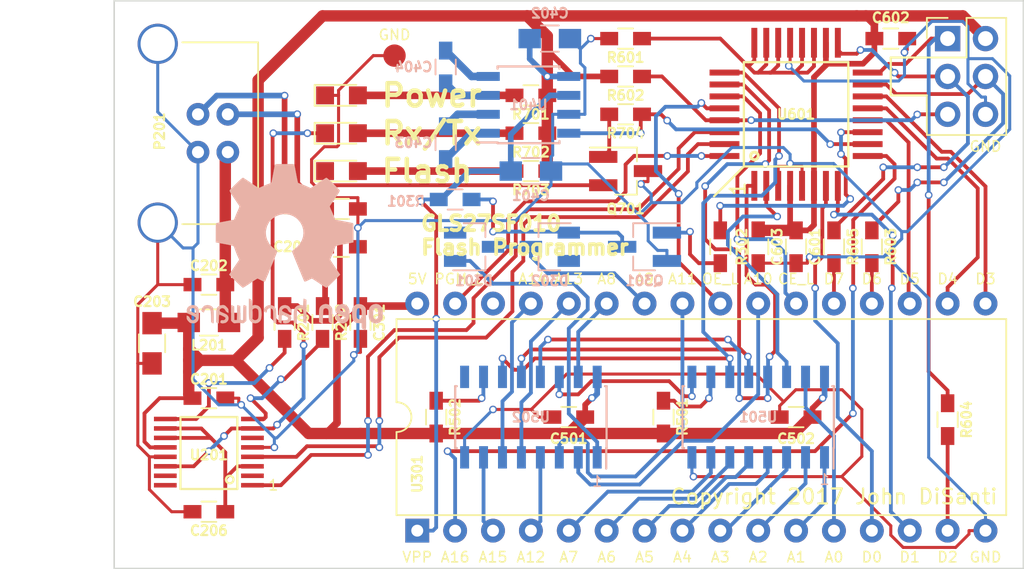
<source format=kicad_pcb>
(kicad_pcb (version 20171130) (host pcbnew "(5.1.12)-1")
  (title_block (title "GLS27SF010 Flash Programmer") (date 2017-05-06) (company "Copyright 2017 John DiSanti"))
  (layers (0 F.Cu signal) (31 B.Cu signal) (34 B.Paste user hide) (35 F.Paste user hide) (36 B.SilkS user hide) (37 F.SilkS user hide) (38 B.Mask user hide) (39 F.Mask user hide) (44 Edge.Cuts user))
  (net 0 "")
  (net 1 VCC)
  (net 2 GND)
  (net 3 "/FTDI USB Serial Interface/VBUS")
  (net 4 "/FTDI USB Serial Interface/D-")
  (net 5 "/FTDI USB Serial Interface/D+")
  (net 6 "/FTDI USB Serial Interface/VCCIO")
  (net 7 "/12V PSU/VPP_5V_12V")
  (net 8 "Net-(C403-Pad1)")
  (net 9 "Net-(C403-Pad2)")
  (net 10 "Net-(C404-Pad1)")
  (net 11 "Net-(C404-Pad2)")
  (net 12 "/Address Bus/A9")
  (net 13 "/Flash ROM/A9_VPP")
  (net 14 "Net-(D302-Pad2)")
  (net 15 "Net-(D701-Pad2)")
  (net 16 "Net-(D702-Pad2)")
  (net 17 "/FTDI USB Serial Interface/RX_TX_L")
  (net 18 "Net-(D703-Pad2)")
  (net 19 "Net-(D703-Pad1)")
  (net 20 /Control/ISP_MISO)
  (net 21 /Control/ISP_SCK)
  (net 22 /Control/ISP_MOSI)
  (net 23 /Control/ISP_RST_L)
  (net 24 "Net-(Q301-Pad1)")
  (net 25 "Net-(Q701-Pad1)")
  (net 26 "/FTDI USB Serial Interface/USBDM")
  (net 27 "/FTDI USB Serial Interface/USBDP")
  (net 28 /Control/A9_VPP_EN_L)
  (net 29 "Net-(R501-Pad1)")
  (net 30 "Net-(R502-Pad1)")
  (net 31 /Control/UNUSED)
  (net 32 /Control/D6)
  (net 33 /Control/D2)
  (net 34 /Control/D7)
  (net 35 "/12V PSU/VPP_12V_EN_L")
  (net 36 "Net-(U201-Pad16)")
  (net 37 "Net-(U201-Pad15)")
  (net 38 "Net-(U201-Pad6)")
  (net 39 /COM2)
  (net 40 "Net-(U201-Pad2)")
  (net 41 /COM1)
  (net 42 /Control/D3)
  (net 43 /Control/A16)
  (net 44 /Control/D4)
  (net 45 "/Address Bus/A15")
  (net 46 /Control/D5)
  (net 47 "/Address Bus/A12")
  (net 48 "/Address Bus/A7")
  (net 49 "/Address Bus/A6")
  (net 50 /Control/CE_L)
  (net 51 "/Address Bus/A5")
  (net 52 "/Address Bus/A10")
  (net 53 "/Address Bus/A4")
  (net 54 /Control/OE_L)
  (net 55 "/Address Bus/A3")
  (net 56 "/Address Bus/A11")
  (net 57 "/Address Bus/A2")
  (net 58 "/Address Bus/A1")
  (net 59 "/Address Bus/A8")
  (net 60 "/Address Bus/A0")
  (net 61 "/Address Bus/A13")
  (net 62 /Control/D0)
  (net 63 "/Address Bus/A14")
  (net 64 /Control/D1)
  (net 65 "Net-(U301-Pad30)")
  (net 66 /Control/PGM_L)
  (net 67 "/Address Bus/A_SER_QH")
  (net 68 "/Address Bus/A_SCK")
  (net 69 "/Address Bus/A_RCK")
  (net 70 "/Address Bus/A_OE_L")
  (net 71 "/Address Bus/A_SER")
  (net 72 "Net-(U502-Pad9)")
  (module Pin_Headers:Pin_Header_Straight_2x03_Pitch2.54mm (layer F.Cu) (at 93.98 40.64)
    (fp_text reference P601 hide)
    (fp_text value ISP)
    (pad 1 thru_hole rect (at 0 0) (size 1.7 1.7) (drill 1) (layers *.Cu *.Mask) (net 20 /Control/ISP_MISO))
    (pad 2 thru_hole oval (at 2.54 0) (size 1.7 1.7) (drill 1) (layers *.Cu *.Mask) (net 1 VCC))
    (pad 3 thru_hole oval (at 0 2.54) (size 1.7 1.7) (drill 1) (layers *.Cu *.Mask) (net 21 /Control/ISP_SCK))
    (pad 4 thru_hole oval (at 2.54 2.54) (size 1.7 1.7) (drill 1) (layers *.Cu *.Mask) (net 22 /Control/ISP_MOSI))
    (pad 5 thru_hole oval (at 0 5.08) (size 1.7 1.7) (drill 1) (layers *.Cu *.Mask) (net 23 /Control/ISP_RST_L))
    (pad 6 thru_hole oval (at 2.54 5.08) (size 1.7 1.7) (drill 1) (layers *.Cu *.Mask) (net 2 GND))
  )
  (module Connectors:USB_B (layer F.Cu) (at 45.72 48.26 180)
    (fp_text reference P201 (at 4.572 1.397 270) (layer F.SilkS) (effects (font (size 0.65 0.65))))
    (fp_text value USB_B)
    (pad 2 thru_hole circle (at 0 2.54 90) (size 1.52 1.52) (drill 0.81) (layers *.Cu *.Mask) (net 4 "/FTDI USB Serial Interface/D-"))
    (pad 1 thru_hole circle (at 0 0 90) (size 1.52 1.52) (drill 0.81) (layers *.Cu *.Mask) (net 3 "/FTDI USB Serial Interface/VBUS"))
    (pad 4 thru_hole circle (at 2 0 90) (size 1.52 1.52) (drill 0.81) (layers *.Cu *.Mask) (net 2 GND))
    (pad 3 thru_hole circle (at 2 2.54 90) (size 1.52 1.52) (drill 0.81) (layers *.Cu *.Mask) (net 5 "/FTDI USB Serial Interface/D+"))
    (pad 5 thru_hole circle (at 4.7 7.27 90) (size 2.7 2.7) (drill 2.3) (layers *.Cu *.Mask) (net 2 GND))
    (pad 5 thru_hole circle (at 4.7 -4.73 90) (size 2.7 2.7) (drill 2.3) (layers *.Cu *.Mask) (net 2 GND))
  )
  (module TO_SOT_Packages_SMD:SOT-23_Handsoldering (layer B.Cu) (at 73.66 54.61 180)
    (fp_text reference Q301 (at 0 -2.286 180) (layer B.SilkS) (effects (font (size 0.65 0.65)) (justify mirror)))
    (fp_text value 2N3904)
    (pad 1 smd rect (at -1.5 0.95 180) (size 1.9 0.8) (layers B.Cu B.Paste B.Mask) (net 24 "Net-(Q301-Pad1)"))
    (pad 2 smd rect (at -1.5 -0.95 180) (size 1.9 0.8) (layers B.Cu B.Paste B.Mask) (net 2 GND))
    (pad 3 smd rect (at 1.5 0 180) (size 1.9 0.8) (layers B.Cu B.Paste B.Mask) (net 14 "Net-(D302-Pad2)"))
  )
  (module Diodes_SMD:D_SOT-23_ANK (layer B.Cu) (at 62.23 54.61)
    (fp_text reference D301 (at 0 2.286) (layer B.SilkS) (effects (font (size 0.65 0.65)) (justify mirror)))
    (fp_text value BAT54)
    (pad 2 smd rect (at -1.27 0.95) (size 1.5 0.8) (layers B.Cu B.Paste B.Mask) (net 12 "/Address Bus/A9"))
    (pad "" smd rect (at -1.27 -0.95) (size 1.5 0.8) (layers B.Cu B.Paste B.Mask))
    (pad 1 smd rect (at 1.27 0) (size 1.5 0.8) (layers B.Cu B.Paste B.Mask) (net 13 "/Flash ROM/A9_VPP"))
  )
  (module Diodes_SMD:D_SOT-23_ANK (layer B.Cu) (at 67.31 54.61 180)
    (fp_text reference D302 (at 0 -2.286 180) (layer B.SilkS) (effects (font (size 0.65 0.65)) (justify mirror)))
    (fp_text value BAT54)
    (pad 2 smd rect (at -1.27 0.95 180) (size 1.5 0.8) (layers B.Cu B.Paste B.Mask) (net 14 "Net-(D302-Pad2)"))
    (pad "" smd rect (at -1.27 -0.95 180) (size 1.5 0.8) (layers B.Cu B.Paste B.Mask))
    (pad 1 smd rect (at 1.27 0 180) (size 1.5 0.8) (layers B.Cu B.Paste B.Mask) (net 13 "/Flash ROM/A9_VPP"))
  )
  (module Resistors_SMD:R_0603_HandSoldering (layer F.Cu) (at 44.45 64.77)
    (fp_text reference C201 (at 0 -1.27) (layer F.SilkS) (effects (font (size 0.65 0.65))))
    (fp_text value 100nF)
    (pad 1 smd rect (at -1.1 0) (size 1.2 0.9) (layers F.Cu F.Paste F.Mask) (net 1 VCC))
    (pad 2 smd rect (at 1.1 0) (size 1.2 0.9) (layers F.Cu F.Paste F.Mask) (net 2 GND))
  )
  (module Resistors_SMD:R_0603_HandSoldering (layer F.Cu) (at 44.45 57.15 180)
    (fp_text reference C202 (at 0 1.27 180) (layer F.SilkS) (effects (font (size 0.65 0.65))))
    (fp_text value 10nF)
    (pad 1 smd rect (at -1.1 0 180) (size 1.2 0.9) (layers F.Cu F.Paste F.Mask) (net 3 "/FTDI USB Serial Interface/VBUS"))
    (pad 2 smd rect (at 1.1 0 180) (size 1.2 0.9) (layers F.Cu F.Paste F.Mask) (net 2 GND))
  )
  (module Resistors_SMD:R_0805_HandSoldering (layer F.Cu) (at 40.64 61.087 270)
    (fp_text reference C203 (at -2.794 0) (layer F.SilkS) (effects (font (size 0.65 0.65))))
    (fp_text value 4.7uF)
    (pad 1 smd rect (at -1.35 0 270) (size 1.5 1.3) (layers F.Cu F.Paste F.Mask) (net 1 VCC))
    (pad 2 smd rect (at 1.35 0 270) (size 1.5 1.3) (layers F.Cu F.Paste F.Mask) (net 2 GND))
  )
  (module Resistors_SMD:R_0603_HandSoldering (layer F.Cu) (at 53.34 52.07)
    (fp_text reference C204 (at -3.302 0) (layer F.SilkS) (effects (font (size 0.65 0.65))))
    (fp_text value 47pF)
    (pad 1 smd rect (at -1.1 0) (size 1.2 0.9) (layers F.Cu F.Paste F.Mask) (net 4 "/FTDI USB Serial Interface/D-"))
    (pad 2 smd rect (at 1.1 0) (size 1.2 0.9) (layers F.Cu F.Paste F.Mask) (net 2 GND))
  )
  (module Resistors_SMD:R_0603_HandSoldering (layer F.Cu) (at 53.34 54.61)
    (fp_text reference C205 (at -3.302 0) (layer F.SilkS) (effects (font (size 0.65 0.65))))
    (fp_text value 47pF)
    (pad 1 smd rect (at -1.1 0) (size 1.2 0.9) (layers F.Cu F.Paste F.Mask) (net 5 "/FTDI USB Serial Interface/D+"))
    (pad 2 smd rect (at 1.1 0) (size 1.2 0.9) (layers F.Cu F.Paste F.Mask) (net 2 GND))
  )
  (module Resistors_SMD:R_0603_HandSoldering (layer F.Cu) (at 44.45 72.39)
    (fp_text reference C206 (at 0 1.27) (layer F.SilkS) (effects (font (size 0.65 0.65))))
    (fp_text value 100nF)
    (pad 1 smd rect (at -1.1 0) (size 1.2 0.9) (layers F.Cu F.Paste F.Mask) (net 2 GND))
    (pad 2 smd rect (at 1.1 0) (size 1.2 0.9) (layers F.Cu F.Paste F.Mask) (net 6 "/FTDI USB Serial Interface/VCCIO"))
  )
  (module Resistors_SMD:R_0603_HandSoldering (layer F.Cu) (at 54.61 59.69 270)
    (fp_text reference C301 (at 0 -1.27 90) (layer F.SilkS) (effects (font (size 0.65 0.65))))
    (fp_text value 100nF)
    (pad 1 smd rect (at -1.1 0 270) (size 1.2 0.9) (layers F.Cu F.Paste F.Mask) (net 1 VCC))
    (pad 2 smd rect (at 1.1 0 270) (size 1.2 0.9) (layers F.Cu F.Paste F.Mask) (net 2 GND))
  )
  (module Resistors_SMD:R_0805_HandSoldering (layer B.Cu) (at 66.04 49.53)
    (fp_text reference C401 (at 0 1.651) (layer B.SilkS) (effects (font (size 0.65 0.65)) (justify mirror)))
    (fp_text value 4.7uF)
    (pad 1 smd rect (at -1.35 0) (size 1.5 1.3) (layers B.Cu B.Paste B.Mask) (net 7 "/12V PSU/VPP_5V_12V"))
    (pad 2 smd rect (at 1.35 0) (size 1.5 1.3) (layers B.Cu B.Paste B.Mask) (net 2 GND))
  )
  (module Resistors_SMD:R_0805_HandSoldering (layer B.Cu) (at 67.31 40.64 180)
    (fp_text reference C402 (at 0 1.7 180) (layer B.SilkS) (effects (font (size 0.65 0.65)) (justify mirror)))
    (fp_text value 4.7uF)
    (pad 1 smd rect (at -1.35 0 180) (size 1.5 1.3) (layers B.Cu B.Paste B.Mask) (net 2 GND))
    (pad 2 smd rect (at 1.35 0 180) (size 1.5 1.3) (layers B.Cu B.Paste B.Mask) (net 1 VCC))
  )
  (module Resistors_SMD:R_0603_HandSoldering (layer B.Cu) (at 60.325 47.625 90)
    (fp_text reference C403 (at 0 -2.159 180) (layer B.SilkS) (effects (font (size 0.65 0.65)) (justify mirror)))
    (fp_text value 22nF)
    (pad 1 smd rect (at -1.1 0 90) (size 1.2 0.9) (layers B.Cu B.Paste B.Mask) (net 8 "Net-(C403-Pad1)"))
    (pad 2 smd rect (at 1.1 0 90) (size 1.2 0.9) (layers B.Cu B.Paste B.Mask) (net 9 "Net-(C403-Pad2)"))
  )
  (module Resistors_SMD:R_0603_HandSoldering (layer B.Cu) (at 60.325 42.545 270)
    (fp_text reference C404 (at 0 2.159) (layer B.SilkS) (effects (font (size 0.65 0.65)) (justify mirror)))
    (fp_text value 22nF)
    (pad 1 smd rect (at -1.1 0 270) (size 1.2 0.9) (layers B.Cu B.Paste B.Mask) (net 10 "Net-(C404-Pad1)"))
    (pad 2 smd rect (at 1.1 0 270) (size 1.2 0.9) (layers B.Cu B.Paste B.Mask) (net 11 "Net-(C404-Pad2)"))
  )
  (module Resistors_SMD:R_0603_HandSoldering (layer F.Cu) (at 68.58 66.04 180)
    (fp_text reference C501 (at 0 -1.45 180) (layer F.SilkS) (effects (font (size 0.65 0.65))))
    (fp_text value 100nF)
    (pad 1 smd rect (at -1.1 0 180) (size 1.2 0.9) (layers F.Cu F.Paste F.Mask) (net 1 VCC))
    (pad 2 smd rect (at 1.1 0 180) (size 1.2 0.9) (layers F.Cu F.Paste F.Mask) (net 2 GND))
  )
  (module Resistors_SMD:R_0603_HandSoldering (layer F.Cu) (at 83.82 66.04 180)
    (fp_text reference C502 (at 0 -1.45 180) (layer F.SilkS) (effects (font (size 0.65 0.65))))
    (fp_text value 100nF)
    (pad 1 smd rect (at -1.1 0 180) (size 1.2 0.9) (layers F.Cu F.Paste F.Mask) (net 1 VCC))
    (pad 2 smd rect (at 1.1 0 180) (size 1.2 0.9) (layers F.Cu F.Paste F.Mask) (net 2 GND))
  )
  (module Resistors_SMD:R_0603_HandSoldering (layer F.Cu) (at 83.82 54.61 270)
    (fp_text reference C601 (at 0 -1.27 90) (layer F.SilkS) (effects (font (size 0.65 0.65))))
    (fp_text value 100nF)
    (pad 1 smd rect (at -1.1 0 270) (size 1.2 0.9) (layers F.Cu F.Paste F.Mask) (net 1 VCC))
    (pad 2 smd rect (at 1.1 0 270) (size 1.2 0.9) (layers F.Cu F.Paste F.Mask) (net 2 GND))
  )
  (module Resistors_SMD:R_0603_HandSoldering (layer F.Cu) (at 90.17 40.64)
    (fp_text reference C602 (at 0 -1.397) (layer F.SilkS) (effects (font (size 0.65 0.65))))
    (fp_text value 100nF)
    (pad 1 smd rect (at -1.1 0) (size 1.2 0.9) (layers F.Cu F.Paste F.Mask) (net 1 VCC))
    (pad 2 smd rect (at 1.1 0) (size 1.2 0.9) (layers F.Cu F.Paste F.Mask) (net 2 GND))
  )
  (module Resistors_SMD:R_0603_HandSoldering (layer F.Cu) (at 81.28 54.61 270)
    (fp_text reference C603 (at 0 -1.27 90) (layer F.SilkS) (effects (font (size 0.65 0.65))))
    (fp_text value 100nF)
    (pad 1 smd rect (at -1.1 0 270) (size 1.2 0.9) (layers F.Cu F.Paste F.Mask) (net 1 VCC))
    (pad 2 smd rect (at 1.1 0 270) (size 1.2 0.9) (layers F.Cu F.Paste F.Mask) (net 2 GND))
  )
  (module LEDs:LED_0805 (layer F.Cu) (at 53.34 44.45)
    (fp_text reference D701 hide)
    (fp_text value LED)
    (pad 2 smd rect (at 1.1 0 180) (size 1.2 1.2) (layers F.Cu F.Paste F.Mask) (net 15 "Net-(D701-Pad2)"))
    (pad 1 smd rect (at -1.1 0 180) (size 1.2 1.2) (layers F.Cu F.Paste F.Mask) (net 2 GND))
  )
  (module LEDs:LED_0805 (layer F.Cu) (at 53.34 46.99)
    (fp_text reference D702 hide)
    (fp_text value LED)
    (pad 2 smd rect (at 1.1 0 180) (size 1.2 1.2) (layers F.Cu F.Paste F.Mask) (net 16 "Net-(D702-Pad2)"))
    (pad 1 smd rect (at -1.1 0 180) (size 1.2 1.2) (layers F.Cu F.Paste F.Mask) (net 17 "/FTDI USB Serial Interface/RX_TX_L"))
  )
  (module LEDs:LED_0805 (layer F.Cu) (at 53.34 49.53)
    (fp_text reference D703 hide)
    (fp_text value LED)
    (pad 2 smd rect (at 1.1 0 180) (size 1.2 1.2) (layers F.Cu F.Paste F.Mask) (net 18 "Net-(D703-Pad2)"))
    (pad 1 smd rect (at -1.1 0 180) (size 1.2 1.2) (layers F.Cu F.Paste F.Mask) (net 19 "Net-(D703-Pad1)"))
  )
  (module Resistors_SMD:R_0805_HandSoldering (layer F.Cu) (at 44.45 59.69)
    (fp_text reference L201 (at 0 1.524) (layer F.SilkS) (effects (font (size 0.65 0.65))))
    (fp_text value Ferrite_Bead)
    (pad 1 smd rect (at -1.35 0) (size 1.5 1.3) (layers F.Cu F.Paste F.Mask) (net 1 VCC))
    (pad 2 smd rect (at 1.35 0) (size 1.5 1.3) (layers F.Cu F.Paste F.Mask) (net 3 "/FTDI USB Serial Interface/VBUS"))
  )
  (module TO_SOT_Packages_SMD:SOT-23_Handsoldering (layer F.Cu) (at 72.39 49.53)
    (fp_text reference Q701 (at 0 2.54) (layer F.SilkS) (effects (font (size 0.65 0.65))))
    (fp_text value 2N3906)
    (pad 1 smd rect (at -1.5 -0.95) (size 1.9 0.8) (layers F.Cu F.Paste F.Mask) (net 25 "Net-(Q701-Pad1)"))
    (pad 2 smd rect (at -1.5 0.95) (size 1.9 0.8) (layers F.Cu F.Paste F.Mask) (net 19 "Net-(D703-Pad1)"))
    (pad 3 smd rect (at 1.5 0) (size 1.9 0.8) (layers F.Cu F.Paste F.Mask) (net 2 GND))
  )
  (module Resistors_SMD:R_0603_HandSoldering (layer F.Cu) (at 49.53 59.69 90)
    (fp_text reference R201 (at 0 1.27 270) (layer F.SilkS) (effects (font (size 0.65 0.65))))
    (fp_text value 27)
    (pad 1 smd rect (at -1.1 0 90) (size 1.2 0.9) (layers F.Cu F.Paste F.Mask) (net 26 "/FTDI USB Serial Interface/USBDM"))
    (pad 2 smd rect (at 1.1 0 90) (size 1.2 0.9) (layers F.Cu F.Paste F.Mask) (net 4 "/FTDI USB Serial Interface/D-"))
  )
  (module Resistors_SMD:R_0603_HandSoldering (layer F.Cu) (at 52.07 59.69 90)
    (fp_text reference R202 (at 0 1.27 270) (layer F.SilkS) (effects (font (size 0.65 0.65))))
    (fp_text value 27)
    (pad 1 smd rect (at -1.1 0 90) (size 1.2 0.9) (layers F.Cu F.Paste F.Mask) (net 27 "/FTDI USB Serial Interface/USBDP"))
    (pad 2 smd rect (at 1.1 0 90) (size 1.2 0.9) (layers F.Cu F.Paste F.Mask) (net 5 "/FTDI USB Serial Interface/D+"))
  )
  (module Resistors_SMD:R_0603_HandSoldering (layer B.Cu) (at 60.96 51.435)
    (fp_text reference R301 (at -3.302 0.127) (layer B.SilkS) (effects (font (size 0.65 0.65)) (justify mirror)))
    (fp_text value 1k)
    (pad 1 smd rect (at -1.1 0) (size 1.2 0.9) (layers B.Cu B.Paste B.Mask) (net 7 "/12V PSU/VPP_5V_12V"))
    (pad 2 smd rect (at 1.1 0) (size 1.2 0.9) (layers B.Cu B.Paste B.Mask) (net 14 "Net-(D302-Pad2)"))
  )
  (module Resistors_SMD:R_0603_HandSoldering (layer F.Cu) (at 78.74 54.61 270)
    (fp_text reference R302 (at 0 -1.45 270) (layer F.SilkS) (effects (font (size 0.65 0.65))))
    (fp_text value 10k)
    (pad 1 smd rect (at -1.1 0 270) (size 1.2 0.9) (layers F.Cu F.Paste F.Mask) (net 28 /Control/A9_VPP_EN_L))
    (pad 2 smd rect (at 1.1 0 270) (size 1.2 0.9) (layers F.Cu F.Paste F.Mask) (net 24 "Net-(Q301-Pad1)"))
  )
  (module Resistors_SMD:R_0603_HandSoldering (layer F.Cu) (at 74.93 66.04 270)
    (fp_text reference R501 (at 0 -1.27 90) (layer F.SilkS) (effects (font (size 0.65 0.65))))
    (fp_text value 10k)
    (pad 1 smd rect (at -1.1 0 270) (size 1.2 0.9) (layers F.Cu F.Paste F.Mask) (net 29 "Net-(R501-Pad1)"))
    (pad 2 smd rect (at 1.1 0 270) (size 1.2 0.9) (layers F.Cu F.Paste F.Mask) (net 1 VCC))
  )
  (module Resistors_SMD:R_0603_HandSoldering (layer F.Cu) (at 59.69 66.04 270)
    (fp_text reference R502 (at 0 -1.27 90) (layer F.SilkS) (effects (font (size 0.65 0.65))))
    (fp_text value 10k)
    (pad 1 smd rect (at -1.1 0 270) (size 1.2 0.9) (layers F.Cu F.Paste F.Mask) (net 30 "Net-(R502-Pad1)"))
    (pad 2 smd rect (at 1.1 0 270) (size 1.2 0.9) (layers F.Cu F.Paste F.Mask) (net 1 VCC))
  )
  (module Resistors_SMD:R_0603_HandSoldering (layer F.Cu) (at 72.39 40.64)
    (fp_text reference R601 (at 0 1.27) (layer F.SilkS) (effects (font (size 0.65 0.65))))
    (fp_text value 4.7k)
    (pad 1 smd rect (at -1.1 0) (size 1.2 0.9) (layers F.Cu F.Paste F.Mask) (net 2 GND))
    (pad 2 smd rect (at 1.1 0) (size 1.2 0.9) (layers F.Cu F.Paste F.Mask) (net 31 /Control/UNUSED))
  )
  (module Resistors_SMD:R_0603_HandSoldering (layer F.Cu) (at 72.39 43.18)
    (fp_text reference R602 (at 0 1.27) (layer F.SilkS) (effects (font (size 0.65 0.65))))
    (fp_text value 10k)
    (pad 1 smd rect (at -1.1 0) (size 1.2 0.9) (layers F.Cu F.Paste F.Mask) (net 1 VCC))
    (pad 2 smd rect (at 1.1 0) (size 1.2 0.9) (layers F.Cu F.Paste F.Mask) (net 23 /Control/ISP_RST_L))
  )
  (module Resistors_SMD:R_0603_HandSoldering (layer F.Cu) (at 88.9 54.61 90)
    (fp_text reference R603 (at 0 1.27 270) (layer F.SilkS) (effects (font (size 0.65 0.65))))
    (fp_text value 4.7k)
    (pad 1 smd rect (at -1.1 0 90) (size 1.2 0.9) (layers F.Cu F.Paste F.Mask) (net 32 /Control/D6))
    (pad 2 smd rect (at 1.1 0 90) (size 1.2 0.9) (layers F.Cu F.Paste F.Mask) (net 22 /Control/ISP_MOSI))
  )
  (module Resistors_SMD:R_0603_HandSoldering (layer F.Cu) (at 93.98 66.21 90)
    (fp_text reference R604 (at 0 1.27 90) (layer F.SilkS) (effects (font (size 0.65 0.65))))
    (fp_text value 4.7k)
    (pad 1 smd rect (at -1.1 0 90) (size 1.2 0.9) (layers F.Cu F.Paste F.Mask) (net 33 /Control/D2))
    (pad 2 smd rect (at 1.1 0 90) (size 1.2 0.9) (layers F.Cu F.Paste F.Mask) (net 20 /Control/ISP_MISO))
  )
  (module Resistors_SMD:R_0603_HandSoldering (layer F.Cu) (at 86.36 54.61 90)
    (fp_text reference R605 (at 0 1.27 270) (layer F.SilkS) (effects (font (size 0.65 0.65))))
    (fp_text value 4.7k)
    (pad 1 smd rect (at -1.1 0 90) (size 1.2 0.9) (layers F.Cu F.Paste F.Mask) (net 34 /Control/D7))
    (pad 2 smd rect (at 1.1 0 90) (size 1.2 0.9) (layers F.Cu F.Paste F.Mask) (net 21 /Control/ISP_SCK))
  )
  (module Resistors_SMD:R_0603_HandSoldering (layer F.Cu) (at 66.04 44.45)
    (fp_text reference R701 (at 0 1.27) (layer F.SilkS) (effects (font (size 0.65 0.65))))
    (fp_text value 150)
    (pad 1 smd rect (at -1.1 0) (size 1.2 0.9) (layers F.Cu F.Paste F.Mask) (net 15 "Net-(D701-Pad2)"))
    (pad 2 smd rect (at 1.1 0) (size 1.2 0.9) (layers F.Cu F.Paste F.Mask) (net 1 VCC))
  )
  (module Resistors_SMD:R_0603_HandSoldering (layer F.Cu) (at 66.04 46.99 180)
    (fp_text reference R702 (at 0 -1.27 180) (layer F.SilkS) (effects (font (size 0.65 0.65))))
    (fp_text value 150)
    (pad 1 smd rect (at -1.1 0 180) (size 1.2 0.9) (layers F.Cu F.Paste F.Mask) (net 1 VCC))
    (pad 2 smd rect (at 1.1 0 180) (size 1.2 0.9) (layers F.Cu F.Paste F.Mask) (net 16 "Net-(D702-Pad2)"))
  )
  (module Resistors_SMD:R_0603_HandSoldering (layer F.Cu) (at 66.04 49.53)
    (fp_text reference R703 (at 0 1.27) (layer F.SilkS) (effects (font (size 0.65 0.65))))
    (fp_text value 150)
    (pad 1 smd rect (at -1.1 0) (size 1.2 0.9) (layers F.Cu F.Paste F.Mask) (net 18 "Net-(D703-Pad2)"))
    (pad 2 smd rect (at 1.1 0) (size 1.2 0.9) (layers F.Cu F.Paste F.Mask) (net 1 VCC))
  )
  (module Resistors_SMD:R_0603_HandSoldering (layer F.Cu) (at 72.39 45.72)
    (fp_text reference R704 (at 0 1.27) (layer F.SilkS) (effects (font (size 0.65 0.65))))
    (fp_text value 10k)
    (pad 1 smd rect (at -1.1 0) (size 1.2 0.9) (layers F.Cu F.Paste F.Mask) (net 25 "Net-(Q701-Pad1)"))
    (pad 2 smd rect (at 1.1 0) (size 1.2 0.9) (layers F.Cu F.Paste F.Mask) (net 35 "/12V PSU/VPP_12V_EN_L"))
  )
  (module ssop-16:SSOP-16 (layer F.Cu) (at 44.45 66.04 180)
    (fp_text reference U201 (at 0 -2.54 180) (layer F.SilkS) (effects (font (size 0.65 0.65))))
    (fp_text value FT230X)
    (pad 16 smd rect (at 2.921 -4.572 180) (size 1.524 0.3048) (layers F.Cu F.Paste F.Mask) (net 36 "Net-(U201-Pad16)"))
    (pad 15 smd rect (at 2.921 -3.937 180) (size 1.524 0.3048) (layers F.Cu F.Paste F.Mask) (net 37 "Net-(U201-Pad15)"))
    (pad 14 smd rect (at 2.921 -3.302 180) (size 1.524 0.3048) (layers F.Cu F.Paste F.Mask) (net 17 "/FTDI USB Serial Interface/RX_TX_L"))
    (pad 13 smd rect (at 2.921 -2.667 180) (size 1.524 0.3048) (layers F.Cu F.Paste F.Mask) (net 2 GND))
    (pad 12 smd rect (at 2.921 -2.032 180) (size 1.524 0.3048) (layers F.Cu F.Paste F.Mask) (net 1 VCC))
    (pad 11 smd rect (at 2.921 -1.397 180) (size 1.524 0.3048) (layers F.Cu F.Paste F.Mask) (net 6 "/FTDI USB Serial Interface/VCCIO"))
    (pad 10 smd rect (at 2.921 -0.762 180) (size 1.524 0.3048) (layers F.Cu F.Paste F.Mask) (net 6 "/FTDI USB Serial Interface/VCCIO"))
    (pad 9 smd rect (at 2.921 -0.127 180) (size 1.524 0.3048) (layers F.Cu F.Paste F.Mask) (net 26 "/FTDI USB Serial Interface/USBDM"))
    (pad 8 smd rect (at -2.921 -0.127 180) (size 1.524 0.3048) (layers F.Cu F.Paste F.Mask) (net 27 "/FTDI USB Serial Interface/USBDP"))
    (pad 7 smd rect (at -2.921 -0.762 180) (size 1.524 0.3048) (layers F.Cu F.Paste F.Mask) (net 17 "/FTDI USB Serial Interface/RX_TX_L"))
    (pad 6 smd rect (at -2.921 -1.397 180) (size 1.524 0.3048) (layers F.Cu F.Paste F.Mask) (net 38 "Net-(U201-Pad6)"))
    (pad 5 smd rect (at -2.921 -2.032 180) (size 1.524 0.3048) (layers F.Cu F.Paste F.Mask) (net 2 GND))
    (pad 4 smd rect (at -2.921 -2.667 180) (size 1.524 0.3048) (layers F.Cu F.Paste F.Mask) (net 39 /COM2))
    (pad 3 smd rect (at -2.921 -3.302 180) (size 1.524 0.3048) (layers F.Cu F.Paste F.Mask) (net 6 "/FTDI USB Serial Interface/VCCIO"))
    (pad 2 smd rect (at -2.921 -3.937 180) (size 1.524 0.3048) (layers F.Cu F.Paste F.Mask) (net 40 "Net-(U201-Pad2)"))
    (pad 1 smd rect (at -2.921 -4.572 180) (size 1.524 0.3048) (layers F.Cu F.Paste F.Mask) (net 41 /COM1))
  )
  (module Housings_DIP:DIP-32_W15.24mm (layer F.Cu) (at 58.42 73.66 90)
    (fp_text reference U301 (at 3.81 0 90) (layer F.SilkS) (effects (font (size 0.65 0.65))))
    (fp_text value GLS27SF010)
    (pad 1 thru_hole rect (at 0 0 90) (size 1.6 1.6) (drill 0.8) (layers *.Cu *.Mask) (net 7 "/12V PSU/VPP_5V_12V"))
    (pad 17 thru_hole oval (at 15.24 38.1 90) (size 1.6 1.6) (drill 0.8) (layers *.Cu *.Mask) (net 42 /Control/D3))
    (pad 2 thru_hole oval (at 0 2.54 90) (size 1.6 1.6) (drill 0.8) (layers *.Cu *.Mask) (net 43 /Control/A16))
    (pad 18 thru_hole oval (at 15.24 35.56 90) (size 1.6 1.6) (drill 0.8) (layers *.Cu *.Mask) (net 44 /Control/D4))
    (pad 3 thru_hole oval (at 0 5.08 90) (size 1.6 1.6) (drill 0.8) (layers *.Cu *.Mask) (net 45 "/Address Bus/A15"))
    (pad 19 thru_hole oval (at 15.24 33.02 90) (size 1.6 1.6) (drill 0.8) (layers *.Cu *.Mask) (net 46 /Control/D5))
    (pad 4 thru_hole oval (at 0 7.62 90) (size 1.6 1.6) (drill 0.8) (layers *.Cu *.Mask) (net 47 "/Address Bus/A12"))
    (pad 20 thru_hole oval (at 15.24 30.48 90) (size 1.6 1.6) (drill 0.8) (layers *.Cu *.Mask) (net 32 /Control/D6))
    (pad 5 thru_hole oval (at 0 10.16 90) (size 1.6 1.6) (drill 0.8) (layers *.Cu *.Mask) (net 48 "/Address Bus/A7"))
    (pad 21 thru_hole oval (at 15.24 27.94 90) (size 1.6 1.6) (drill 0.8) (layers *.Cu *.Mask) (net 34 /Control/D7))
    (pad 6 thru_hole oval (at 0 12.7 90) (size 1.6 1.6) (drill 0.8) (layers *.Cu *.Mask) (net 49 "/Address Bus/A6"))
    (pad 22 thru_hole oval (at 15.24 25.4 90) (size 1.6 1.6) (drill 0.8) (layers *.Cu *.Mask) (net 50 /Control/CE_L))
    (pad 7 thru_hole oval (at 0 15.24 90) (size 1.6 1.6) (drill 0.8) (layers *.Cu *.Mask) (net 51 "/Address Bus/A5"))
    (pad 23 thru_hole oval (at 15.24 22.86 90) (size 1.6 1.6) (drill 0.8) (layers *.Cu *.Mask) (net 52 "/Address Bus/A10"))
    (pad 8 thru_hole oval (at 0 17.78 90) (size 1.6 1.6) (drill 0.8) (layers *.Cu *.Mask) (net 53 "/Address Bus/A4"))
    (pad 24 thru_hole oval (at 15.24 20.32 90) (size 1.6 1.6) (drill 0.8) (layers *.Cu *.Mask) (net 54 /Control/OE_L))
    (pad 9 thru_hole oval (at 0 20.32 90) (size 1.6 1.6) (drill 0.8) (layers *.Cu *.Mask) (net 55 "/Address Bus/A3"))
    (pad 25 thru_hole oval (at 15.24 17.78 90) (size 1.6 1.6) (drill 0.8) (layers *.Cu *.Mask) (net 56 "/Address Bus/A11"))
    (pad 10 thru_hole oval (at 0 22.86 90) (size 1.6 1.6) (drill 0.8) (layers *.Cu *.Mask) (net 57 "/Address Bus/A2"))
    (pad 26 thru_hole oval (at 15.24 15.24 90) (size 1.6 1.6) (drill 0.8) (layers *.Cu *.Mask) (net 13 "/Flash ROM/A9_VPP"))
    (pad 11 thru_hole oval (at 0 25.4 90) (size 1.6 1.6) (drill 0.8) (layers *.Cu *.Mask) (net 58 "/Address Bus/A1"))
    (pad 27 thru_hole oval (at 15.24 12.7 90) (size 1.6 1.6) (drill 0.8) (layers *.Cu *.Mask) (net 59 "/Address Bus/A8"))
    (pad 12 thru_hole oval (at 0 27.94 90) (size 1.6 1.6) (drill 0.8) (layers *.Cu *.Mask) (net 60 "/Address Bus/A0"))
    (pad 28 thru_hole oval (at 15.24 10.16 90) (size 1.6 1.6) (drill 0.8) (layers *.Cu *.Mask) (net 61 "/Address Bus/A13"))
    (pad 13 thru_hole oval (at 0 30.48 90) (size 1.6 1.6) (drill 0.8) (layers *.Cu *.Mask) (net 62 /Control/D0))
    (pad 29 thru_hole oval (at 15.24 7.62 90) (size 1.6 1.6) (drill 0.8) (layers *.Cu *.Mask) (net 63 "/Address Bus/A14"))
    (pad 14 thru_hole oval (at 0 33.02 90) (size 1.6 1.6) (drill 0.8) (layers *.Cu *.Mask) (net 64 /Control/D1))
    (pad 30 thru_hole oval (at 15.24 5.08 90) (size 1.6 1.6) (drill 0.8) (layers *.Cu *.Mask) (net 65 "Net-(U301-Pad30)"))
    (pad 15 thru_hole oval (at 0 35.56 90) (size 1.6 1.6) (drill 0.8) (layers *.Cu *.Mask) (net 33 /Control/D2))
    (pad 31 thru_hole oval (at 15.24 2.54 90) (size 1.6 1.6) (drill 0.8) (layers *.Cu *.Mask) (net 66 /Control/PGM_L))
    (pad 16 thru_hole oval (at 0 38.1 90) (size 1.6 1.6) (drill 0.8) (layers *.Cu *.Mask) (net 2 GND))
    (pad 32 thru_hole oval (at 15.24 0 90) (size 1.6 1.6) (drill 0.8) (layers *.Cu *.Mask) (net 1 VCC))
  )
  (module Housings_SOIC:SOIC-8_3.9x4.9mm_Pitch1.27mm (layer B.Cu) (at 65.88 45.085)
    (fp_text reference U401 (at 0 0) (layer B.SilkS) (effects (font (size 0.65 0.65)) (justify mirror)))
    (fp_text value MAX662A)
    (pad 1 smd rect (at -2.7 1.905) (size 1.55 0.6) (layers B.Cu B.Paste B.Mask) (net 8 "Net-(C403-Pad1)"))
    (pad 2 smd rect (at -2.7 0.635) (size 1.55 0.6) (layers B.Cu B.Paste B.Mask) (net 9 "Net-(C403-Pad2)"))
    (pad 3 smd rect (at -2.7 -0.635) (size 1.55 0.6) (layers B.Cu B.Paste B.Mask) (net 11 "Net-(C404-Pad2)"))
    (pad 4 smd rect (at -2.7 -1.905) (size 1.55 0.6) (layers B.Cu B.Paste B.Mask) (net 10 "Net-(C404-Pad1)"))
    (pad 5 smd rect (at 2.7 -1.905) (size 1.55 0.6) (layers B.Cu B.Paste B.Mask) (net 1 VCC))
    (pad 6 smd rect (at 2.7 -0.635) (size 1.55 0.6) (layers B.Cu B.Paste B.Mask) (net 7 "/12V PSU/VPP_5V_12V"))
    (pad 7 smd rect (at 2.7 0.635) (size 1.55 0.6) (layers B.Cu B.Paste B.Mask) (net 2 GND))
    (pad 8 smd rect (at 2.7 1.905) (size 1.55 0.6) (layers B.Cu B.Paste B.Mask) (net 35 "/12V PSU/VPP_12V_EN_L"))
  )
  (module Housings_SOIC:SOIC-16_3.9x9.9mm_Pitch1.27mm (layer B.Cu) (at 81.28 66.04 90)
    (fp_text reference U501 (at 0 0 180) (layer B.SilkS) (effects (font (size 0.65 0.65)) (justify mirror)))
    (fp_text value 74HC595)
    (pad 1 smd rect (at -2.7 4.445 90) (size 1.5 0.6) (layers B.Cu B.Paste B.Mask) (net 58 "/Address Bus/A1"))
    (pad 2 smd rect (at -2.7 3.175 90) (size 1.5 0.6) (layers B.Cu B.Paste B.Mask) (net 57 "/Address Bus/A2"))
    (pad 3 smd rect (at -2.7 1.905 90) (size 1.5 0.6) (layers B.Cu B.Paste B.Mask) (net 55 "/Address Bus/A3"))
    (pad 4 smd rect (at -2.7 0.635 90) (size 1.5 0.6) (layers B.Cu B.Paste B.Mask) (net 53 "/Address Bus/A4"))
    (pad 5 smd rect (at -2.7 -0.635 90) (size 1.5 0.6) (layers B.Cu B.Paste B.Mask) (net 51 "/Address Bus/A5"))
    (pad 6 smd rect (at -2.7 -1.905 90) (size 1.5 0.6) (layers B.Cu B.Paste B.Mask) (net 49 "/Address Bus/A6"))
    (pad 7 smd rect (at -2.7 -3.175 90) (size 1.5 0.6) (layers B.Cu B.Paste B.Mask) (net 48 "/Address Bus/A7"))
    (pad 8 smd rect (at -2.7 -4.445 90) (size 1.5 0.6) (layers B.Cu B.Paste B.Mask) (net 2 GND))
    (pad 9 smd rect (at 2.7 -4.445 90) (size 1.5 0.6) (layers B.Cu B.Paste B.Mask) (net 67 "/Address Bus/A_SER_QH"))
    (pad 10 smd rect (at 2.7 -3.175 90) (size 1.5 0.6) (layers B.Cu B.Paste B.Mask) (net 29 "Net-(R501-Pad1)"))
    (pad 11 smd rect (at 2.7 -1.905 90) (size 1.5 0.6) (layers B.Cu B.Paste B.Mask) (net 68 "/Address Bus/A_SCK"))
    (pad 12 smd rect (at 2.7 -0.635 90) (size 1.5 0.6) (layers B.Cu B.Paste B.Mask) (net 69 "/Address Bus/A_RCK"))
    (pad 13 smd rect (at 2.7 0.635 90) (size 1.5 0.6) (layers B.Cu B.Paste B.Mask) (net 70 "/Address Bus/A_OE_L"))
    (pad 14 smd rect (at 2.7 1.905 90) (size 1.5 0.6) (layers B.Cu B.Paste B.Mask) (net 71 "/Address Bus/A_SER"))
    (pad 15 smd rect (at 2.7 3.175 90) (size 1.5 0.6) (layers B.Cu B.Paste B.Mask) (net 60 "/Address Bus/A0"))
    (pad 16 smd rect (at 2.7 4.445 90) (size 1.5 0.6) (layers B.Cu B.Paste B.Mask) (net 1 VCC))
  )
  (module Housings_SOIC:SOIC-16_3.9x9.9mm_Pitch1.27mm (layer B.Cu) (at 66.04 66.04 90)
    (fp_text reference U502 (at 0 0 180) (layer B.SilkS) (effects (font (size 0.65 0.65)) (justify mirror)))
    (fp_text value 74HC595)
    (pad 1 smd rect (at -2.7 4.445 90) (size 1.5 0.6) (layers B.Cu B.Paste B.Mask) (net 12 "/Address Bus/A9"))
    (pad 2 smd rect (at -2.7 3.175 90) (size 1.5 0.6) (layers B.Cu B.Paste B.Mask) (net 52 "/Address Bus/A10"))
    (pad 3 smd rect (at -2.7 1.905 90) (size 1.5 0.6) (layers B.Cu B.Paste B.Mask) (net 56 "/Address Bus/A11"))
    (pad 4 smd rect (at -2.7 0.635 90) (size 1.5 0.6) (layers B.Cu B.Paste B.Mask) (net 47 "/Address Bus/A12"))
    (pad 5 smd rect (at -2.7 -0.635 90) (size 1.5 0.6) (layers B.Cu B.Paste B.Mask) (net 61 "/Address Bus/A13"))
    (pad 6 smd rect (at -2.7 -1.905 90) (size 1.5 0.6) (layers B.Cu B.Paste B.Mask) (net 63 "/Address Bus/A14"))
    (pad 7 smd rect (at -2.7 -3.175 90) (size 1.5 0.6) (layers B.Cu B.Paste B.Mask) (net 45 "/Address Bus/A15"))
    (pad 8 smd rect (at -2.7 -4.445 90) (size 1.5 0.6) (layers B.Cu B.Paste B.Mask) (net 2 GND))
    (pad 9 smd rect (at 2.7 -4.445 90) (size 1.5 0.6) (layers B.Cu B.Paste B.Mask) (net 72 "Net-(U502-Pad9)"))
    (pad 10 smd rect (at 2.7 -3.175 90) (size 1.5 0.6) (layers B.Cu B.Paste B.Mask) (net 30 "Net-(R502-Pad1)"))
    (pad 11 smd rect (at 2.7 -1.905 90) (size 1.5 0.6) (layers B.Cu B.Paste B.Mask) (net 68 "/Address Bus/A_SCK"))
    (pad 12 smd rect (at 2.7 -0.635 90) (size 1.5 0.6) (layers B.Cu B.Paste B.Mask) (net 69 "/Address Bus/A_RCK"))
    (pad 13 smd rect (at 2.7 0.635 90) (size 1.5 0.6) (layers B.Cu B.Paste B.Mask) (net 70 "/Address Bus/A_OE_L"))
    (pad 14 smd rect (at 2.7 1.905 90) (size 1.5 0.6) (layers B.Cu B.Paste B.Mask) (net 67 "/Address Bus/A_SER_QH"))
    (pad 15 smd rect (at 2.7 3.175 90) (size 1.5 0.6) (layers B.Cu B.Paste B.Mask) (net 59 "/Address Bus/A8"))
    (pad 16 smd rect (at 2.7 4.445 90) (size 1.5 0.6) (layers B.Cu B.Paste B.Mask) (net 1 VCC))
  )
  (module TQFP_32_7mm_0.8mm_pitch:TQFP-32 (layer F.Cu) (at 83.82 45.72 90)
    (fp_text reference U601 (at 0 0 180) (layer F.SilkS) (effects (font (size 0.65 0.65))))
    (fp_text value ATMEGA328-AU)
    (fp_text user 1 (at -5 -3.9 90) (layer F.SilkS))
    (pad 1 smd rect (at -4.8 -2.8 90) (size 2 0.4) (layers F.Cu F.Paste F.Mask) (net 70 "/Address Bus/A_OE_L"))
    (pad 2 smd rect (at -4.8 -2 90) (size 2 0.4) (layers F.Cu F.Paste F.Mask) (net 71 "/Address Bus/A_SER"))
    (pad 4 smd rect (at -4.8 -0.4 90) (size 2 0.4) (layers F.Cu F.Paste F.Mask) (net 1 VCC))
    (pad 3 smd rect (at -4.8 -1.2 90) (size 2 0.4) (layers F.Cu F.Paste F.Mask) (net 2 GND))
    (pad 7 smd rect (at -4.8 2 90) (size 2 0.4) (layers F.Cu F.Paste F.Mask) (net 62 /Control/D0))
    (pad 8 smd rect (at -4.8 2.8 90) (size 2 0.4) (layers F.Cu F.Paste F.Mask) (net 64 /Control/D1))
    (pad 6 smd rect (at -4.8 1.2 90) (size 2 0.4) (layers F.Cu F.Paste F.Mask) (net 1 VCC))
    (pad 5 smd rect (at -4.8 0.4 90) (size 2 0.4) (layers F.Cu F.Paste F.Mask) (net 2 GND))
    (pad 20 smd rect (at 4.8 0.4 90) (size 2 0.4) (layers F.Cu F.Paste F.Mask) (net 31 /Control/UNUSED))
    (pad 19 smd rect (at 4.8 1.2 90) (size 2 0.4) (layers F.Cu F.Paste F.Mask) (net 31 /Control/UNUSED))
    (pad 17 smd rect (at 4.8 2.8 90) (size 2 0.4) (layers F.Cu F.Paste F.Mask) (net 21 /Control/ISP_SCK))
    (pad 18 smd rect (at 4.8 2 90) (size 2 0.4) (layers F.Cu F.Paste F.Mask) (net 1 VCC))
    (pad 22 smd rect (at 4.8 -1.2 90) (size 2 0.4) (layers F.Cu F.Paste F.Mask) (net 31 /Control/UNUSED))
    (pad 21 smd rect (at 4.8 -0.4 90) (size 2 0.4) (layers F.Cu F.Paste F.Mask) (net 2 GND))
    (pad 23 smd rect (at 4.8 -2 90) (size 2 0.4) (layers F.Cu F.Paste F.Mask) (net 31 /Control/UNUSED))
    (pad 24 smd rect (at 4.8 -2.8 90) (size 2 0.4) (layers F.Cu F.Paste F.Mask) (net 31 /Control/UNUSED))
    (pad 9 smd rect (at -2.8 4.8 90) (size 0.4 2) (layers F.Cu F.Paste F.Mask) (net 43 /Control/A16))
    (pad 10 smd rect (at -2 4.8 90) (size 0.4 2) (layers F.Cu F.Paste F.Mask) (net 35 "/12V PSU/VPP_12V_EN_L"))
    (pad 11 smd rect (at -1.2 4.8 90) (size 0.4 2) (layers F.Cu F.Paste F.Mask) (net 28 /Control/A9_VPP_EN_L))
    (pad 12 smd rect (at -0.4 4.8 90) (size 0.4 2) (layers F.Cu F.Paste F.Mask) (net 46 /Control/D5))
    (pad 13 smd rect (at 0.4 4.8 90) (size 0.4 2) (layers F.Cu F.Paste F.Mask) (net 44 /Control/D4))
    (pad 14 smd rect (at 1.2 4.8 90) (size 0.4 2) (layers F.Cu F.Paste F.Mask) (net 42 /Control/D3))
    (pad 15 smd rect (at 2 4.8 90) (size 0.4 2) (layers F.Cu F.Paste F.Mask) (net 22 /Control/ISP_MOSI))
    (pad 16 smd rect (at 2.8 4.8 90) (size 0.4 2) (layers F.Cu F.Paste F.Mask) (net 20 /Control/ISP_MISO))
    (pad 25 smd rect (at 2.8 -4.8 90) (size 0.4 2) (layers F.Cu F.Paste F.Mask) (net 68 "/Address Bus/A_SCK"))
    (pad 26 smd rect (at 2 -4.8 90) (size 0.4 2) (layers F.Cu F.Paste F.Mask) (net 69 "/Address Bus/A_RCK"))
    (pad 27 smd rect (at 1.2 -4.8 90) (size 0.4 2) (layers F.Cu F.Paste F.Mask) (net 50 /Control/CE_L))
    (pad 28 smd rect (at 0.4 -4.8 90) (size 0.4 2) (layers F.Cu F.Paste F.Mask) (net 54 /Control/OE_L))
    (pad 29 smd rect (at -0.4 -4.8 90) (size 0.4 2) (layers F.Cu F.Paste F.Mask) (net 23 /Control/ISP_RST_L))
    (pad 30 smd rect (at -1.2 -4.8 90) (size 0.4 2) (layers F.Cu F.Paste F.Mask) (net 41 /COM1))
    (pad 31 smd rect (at -2 -4.8 90) (size 0.4 2) (layers F.Cu F.Paste F.Mask) (net 39 /COM2))
    (pad 32 smd rect (at -2.8 -4.8 90) (size 0.4 2) (layers F.Cu F.Paste F.Mask) (net 66 /Control/PGM_L))
  )
  (module Measurement_Points:Measurement_Point_Round-SMD-Pad_Small (layer F.Cu) (at 56.896 41.783)
    (fp_text reference GND (at 0 -1.397) (layer F.SilkS) (effects (font (size 0.7 0.7) (thickness 0.1))))
    (fp_text value Measurement_Point_Round-SMD-Pad_Small hide)
    (pad 1 smd circle (at 0 0) (size 1.5 1.5) (layers F.Cu F.Mask) (net 2 GND))
  )
  (module Symbols:OSHW-Logo2_14.6x12mm_SilkScreen (layer B.Cu) (at 49.53 54.61 180)
    (fp_text reference REF*** hide)
    (fp_text value OSHW-Logo2_14.6x12mm_SilkScreen hide)
  )
  (gr_text "Copyright 2017 John DiSanti" (at 86.36 71.374) (layer F.SilkS) (effects (font (size 1 1))))
  (gr_text "GLS27SF010\nFlash Programmer" (at 58.547 53.848) (layer F.SilkS) (effects (font (size 1 1) (thickness 0.25)) (justify left)))
  (gr_text 1 (at 85.725 70.231) (layer B.SilkS) (effects (font (size 0.7 0.7) (thickness 0.1)) (justify mirror)))
  (gr_text 1 (at 70.485 70.358) (layer B.SilkS) (effects (font (size 0.7 0.7) (thickness 0.1)) (justify mirror)))
  (gr_text GND (at 96.52 47.879) (layer F.SilkS) (effects (font (size 0.7 0.7) (thickness 0.1))))
  (gr_text D3 (at 96.52 56.769) (layer F.SilkS) (effects (font (size 0.7 0.7) (thickness 0.1))))
  (gr_text D4 (at 93.98 56.769) (layer F.SilkS) (effects (font (size 0.7 0.7) (thickness 0.1))))
  (gr_text D5 (at 91.44 56.769) (layer F.SilkS) (effects (font (size 0.7 0.7) (thickness 0.1))))
  (gr_text D6 (at 88.9 56.769) (layer F.SilkS) (effects (font (size 0.7 0.7) (thickness 0.1))))
  (gr_text D7 (at 86.36 56.769) (layer F.SilkS) (effects (font (size 0.7 0.7) (thickness 0.1))))
  (gr_text CE_L (at 83.82 56.769) (layer F.SilkS) (effects (font (size 0.7 0.7) (thickness 0.1))))
  (gr_text A10 (at 81.28 56.769) (layer F.SilkS) (effects (font (size 0.7 0.7) (thickness 0.1))))
  (gr_text OE_L (at 78.74 56.769) (layer F.SilkS) (effects (font (size 0.7 0.7) (thickness 0.1))))
  (gr_text A11 (at 76.2 56.769) (layer F.SilkS) (effects (font (size 0.7 0.7) (thickness 0.1))))
  (gr_text A9 (at 73.66 56.769) (layer F.SilkS) (effects (font (size 0.7 0.7) (thickness 0.1))))
  (gr_text A8 (at 71.12 56.769) (layer F.SilkS) (effects (font (size 0.7 0.7) (thickness 0.1))))
  (gr_text A13 (at 68.58 56.769) (layer F.SilkS) (effects (font (size 0.7 0.7) (thickness 0.1))))
  (gr_text A14 (at 66.167 56.769) (layer F.SilkS) (effects (font (size 0.7 0.7) (thickness 0.1))))
  (gr_text PGM_L (at 61.214 56.769) (layer F.SilkS) (effects (font (size 0.7 0.7) (thickness 0.1))))
  (gr_text 5V (at 58.42 56.769) (layer F.SilkS) (effects (font (size 0.7 0.7) (thickness 0.1))))
  (gr_text GND (at 96.52 75.438) (layer F.SilkS) (effects (font (size 0.7 0.7) (thickness 0.1))))
  (gr_text D2 (at 93.98 75.438) (layer F.SilkS) (effects (font (size 0.7 0.7) (thickness 0.1))))
  (gr_text D1 (at 91.44 75.438) (layer F.SilkS) (effects (font (size 0.7 0.7) (thickness 0.1))))
  (gr_text D0 (at 88.9 75.438) (layer F.SilkS) (effects (font (size 0.7 0.7) (thickness 0.1))))
  (gr_text A0 (at 86.36 75.438) (layer F.SilkS) (effects (font (size 0.7 0.7) (thickness 0.1))))
  (gr_text A1 (at 83.82 75.438) (layer F.SilkS) (effects (font (size 0.7 0.7) (thickness 0.1))))
  (gr_text A2 (at 81.28 75.438) (layer F.SilkS) (effects (font (size 0.7 0.7) (thickness 0.1))))
  (gr_text A3 (at 78.74 75.438) (layer F.SilkS) (effects (font (size 0.7 0.7) (thickness 0.1))))
  (gr_text A4 (at 76.2 75.438) (layer F.SilkS) (effects (font (size 0.7 0.7) (thickness 0.1))))
  (gr_text A5 (at 73.66 75.438) (layer F.SilkS) (effects (font (size 0.7 0.7) (thickness 0.1))))
  (gr_text A6 (at 71.12 75.438) (layer F.SilkS) (effects (font (size 0.7 0.7) (thickness 0.1))))
  (gr_text A7 (at 68.58 75.438) (layer F.SilkS) (effects (font (size 0.7 0.7) (thickness 0.1))))
  (gr_text A12 (at 66.04 75.438) (layer F.SilkS) (effects (font (size 0.7 0.7) (thickness 0.1))))
  (gr_text A15 (at 63.5 75.438) (layer F.SilkS) (effects (font (size 0.7 0.7) (thickness 0.1))))
  (gr_text A16 (at 60.96 75.438) (layer F.SilkS) (effects (font (size 0.7 0.7) (thickness 0.1))))
  (gr_text VPP (at 58.42 75.438) (layer F.SilkS) (effects (font (size 0.7 0.7) (thickness 0.1))))
  (gr_text 1 (at 48.768 70.612) (layer F.SilkS) (effects (font (size 0.7 0.7) (thickness 0.1))))
  (gr_text Flash (at 55.88 49.53) (layer F.SilkS) (effects (font (size 1.5 1.5) (thickness 0.3)) (justify left)))
  (gr_text Rx/Tx (at 55.88 46.99) (layer F.SilkS) (effects (font (size 1.5 1.5) (thickness 0.3)) (justify left)))
  (gr_text Power (at 55.88 44.45) (layer F.SilkS) (effects (font (size 1.5 1.5) (thickness 0.3)) (justify left)))
  (gr_line (start 90.17 44.45) (end 92.583 44.45) (layer F.SilkS) (width 0.15))
  (gr_line (start 90.17 41.91) (end 92.583 41.91) (layer F.SilkS) (width 0.15))
  (gr_line (start 90.17 44.45) (end 90.17 41.91) (layer F.SilkS) (width 0.15))
  (gr_line (start 38.1 76.2) (end 38.1 38.1) (layer Edge.Cuts) (width 0.1))
  (gr_line (start 99.06 76.2) (end 38.1 76.2) (layer Edge.Cuts) (width 0.1))
  (gr_line (start 99.06 38.1) (end 99.06 76.2) (layer Edge.Cuts) (width 0.1))
  (gr_line (start 38.1 38.1) (end 99.06 38.1) (layer Edge.Cuts) (width 0.1))
  (gr_circle (center 81.026 48.514) (end 81.026 48.768) (layer F.SilkS) (width 0.2))
  (via (at 83.32978 42.47134) (size 0.508) (drill 0.3302) (layers F.Cu B.Cu) (net 2))
  (segment (start 43.1 61.468) (end 43.1 62.23) (width 0.762) (layer F.Cu) (net 1))
  (segment (start 43.862 62.23) (end 43.1 61.468) (width 0.762) (layer F.Cu) (net 1))
  (segment (start 68.072 67.14) (end 68.58 67.14) (width 0.762) (layer F.Cu) (net 1))
  (segment (start 59.69 67.14) (end 68.072 67.14) (width 0.762) (layer F.Cu) (net 1))
  (segment (start 68.58 67.14) (end 74.93 67.14) (width 0.762) (layer F.Cu) (net 1))
  (segment (start 52.324 67.14) (end 54.61 67.14) (width 0.762) (layer F.Cu) (net 1))
  (segment (start 46.228 62.23) (end 51.138 67.14) (width 0.762) (layer F.Cu) (net 1))
  (segment (start 51.138 67.14) (end 52.324 67.14) (width 0.762) (layer F.Cu) (net 1))
  (segment (start 88.504 39.116) (end 94.996 39.116) (width 0.762) (layer F.Cu) (net 1))
  (segment (start 94.996 39.116) (end 96.52 40.64) (width 0.762) (layer F.Cu) (net 1))
  (segment (start 87.884 39.116) (end 88.504 39.116) (width 0.762) (layer F.Cu) (net 1))
  (segment (start 65.786 39.116) (end 87.884 39.116) (width 0.762) (layer F.Cu) (net 1))
  (segment (start 43.862 62.23) (end 43.942 62.23) (width 0.762) (layer F.Cu) (net 1))
  (segment (start 43.1 62.23) (end 43.862 62.23) (width 0.762) (layer F.Cu) (net 1))
  (segment (start 43.1 62.992) (end 43.1 64.52) (width 0.762) (layer F.Cu) (net 1))
  (segment (start 43.1 64.52) (end 43.35 64.77) (width 0.762) (layer F.Cu) (net 1))
  (segment (start 43.862 62.23) (end 43.1 62.992) (width 0.762) (layer F.Cu) (net 1))
  (segment (start 67.14 41.4147) (end 67.14 41.402) (width 0.762) (layer F.Cu) (net 1))
  (segment (start 67.14 43.18) (end 67.14 41.4147) (width 0.762) (layer F.Cu) (net 1))
  (segment (start 67.14 41.4147) (end 67.14 41.402) (width 0.381) (layer F.Cu) (net 1))
  (segment (start 71.29 43.18) (end 68.9053 43.18) (width 0.381) (layer F.Cu) (net 1))
  (segment (start 68.9053 43.18) (end 67.14 41.4147) (width 0.381) (layer F.Cu) (net 1))
  (segment (start 40.64 59.737) (end 43.053 59.737) (width 0.762) (layer F.Cu) (net 1))
  (segment (start 43.053 59.737) (end 43.1 59.69) (width 0.762) (layer F.Cu) (net 1))
  (segment (start 46.228 62.23) (end 47.752 60.706) (width 0.762) (layer F.Cu) (net 1))
  (segment (start 47.752 60.706) (end 47.752 43.434) (width 0.762) (layer F.Cu) (net 1))
  (segment (start 47.752 43.434) (end 52.07 39.116) (width 0.762) (layer F.Cu) (net 1))
  (segment (start 52.07 39.116) (end 65.786 39.116) (width 0.762) (layer F.Cu) (net 1))
  (segment (start 68.58 67.14) (end 69.68 66.04) (width 0.762) (layer F.Cu) (net 1))
  (segment (start 68.072 67.14) (end 68.58 67.14) (width 0.762) (layer F.Cu) (net 1))
  (segment (start 74.93 67.14) (end 83.67 67.14) (width 0.762) (layer F.Cu) (net 1))
  (segment (start 83.67 67.14) (end 84.77 66.04) (width 0.762) (layer F.Cu) (net 1))
  (segment (start 84.77 66.04) (end 84.92 66.04) (width 0.762) (layer F.Cu) (net 1))
  (segment (start 43.942 62.23) (end 46.228 62.23) (width 0.762) (layer F.Cu) (net 1))
  (segment (start 43.1 62.23) (end 43.1 62.992) (width 0.762) (layer F.Cu) (net 1))
  (segment (start 43.942 62.23) (end 43.862 62.23) (width 0.762) (layer F.Cu) (net 1))
  (segment (start 43.1 59.69) (end 43.1 61.468) (width 0.762) (layer F.Cu) (net 1))
  (segment (start 83.42 50.52) (end 83.42 53.11) (width 0.381) (layer F.Cu) (net 1))
  (segment (start 83.42 53.11) (end 83.82 53.51) (width 0.381) (layer F.Cu) (net 1))
  (segment (start 85.02 50.52) (end 85.02 53.141) (width 0.381) (layer F.Cu) (net 1))
  (segment (start 85.02 53.141) (end 84.651 53.51) (width 0.381) (layer F.Cu) (net 1))
  (segment (start 84.651 53.51) (end 83.82 53.51) (width 0.381) (layer F.Cu) (net 1))
  (segment (start 67.14 49.53) (end 67.14 46.99) (width 0.762) (layer F.Cu) (net 1))
  (segment (start 67.14 46.99) (end 67.14 44.45) (width 0.762) (layer F.Cu) (net 1))
  (segment (start 67.14 41.402) (end 67.14 40.47) (width 0.762) (layer F.Cu) (net 1))
  (segment (start 67.14 40.47) (end 65.786 39.116) (width 0.762) (layer F.Cu) (net 1))
  (segment (start 67.14 44.45) (end 67.14 43.18) (width 0.762) (layer F.Cu) (net 1))
  (segment (start 68.58 43.18) (end 67.14 43.18) (width 0.381) (layer B.Cu) (net 1))
  (segment (start 67.14 43.18) (end 65.96 42) (width 0.381) (layer B.Cu) (net 1))
  (segment (start 65.96 42) (end 65.96 40.64) (width 0.381) (layer B.Cu) (net 1))
  (segment (start 54.61 67.14) (end 59.69 67.14) (width 0.762) (layer F.Cu) (net 1))
  (segment (start 54.61 67.14) (end 54.61 67.056) (width 0.508) (layer F.Cu) (net 1))
  (segment (start 54.61 58.59) (end 58.25 58.59) (width 0.508) (layer F.Cu) (net 1))
  (segment (start 58.25 58.59) (end 58.42 58.42) (width 0.508) (layer F.Cu) (net 1))
  (segment (start 41.529 68.072) (end 40.513 68.072) (width 0.254) (layer F.Cu) (net 1))
  (segment (start 40.513 68.072) (end 40.132 67.691) (width 0.254) (layer F.Cu) (net 1))
  (segment (start 40.132 67.691) (end 40.132 65.786) (width 0.254) (layer F.Cu) (net 1))
  (segment (start 40.132 65.786) (end 41.148 64.77) (width 0.254) (layer F.Cu) (net 1))
  (segment (start 41.148 64.77) (end 43.35 64.77) (width 0.254) (layer F.Cu) (net 1))
  (segment (start 84.92 66.04) (end 84.92 65.448) (width 0.381) (layer F.Cu) (net 1))
  (segment (start 84.92 65.448) (end 85.598 64.77) (width 0.381) (layer F.Cu) (net 1))
  (segment (start 85.598 64.77) (end 85.7291 64.6389) (width 0.381) (layer B.Cu) (net 1))
  (segment (start 85.7291 64.6389) (end 85.7291 63.3441) (width 0.381) (layer B.Cu) (net 1))
  (segment (start 85.7291 63.3441) (end 85.725 63.34) (width 0.381) (layer B.Cu) (net 1))
  (segment (start 70.485 63.34) (end 70.485 64.471) (width 0.381) (layer B.Cu) (net 1))
  (segment (start 70.485 64.471) (end 70.2006 64.7554) (width 0.381) (layer B.Cu) (net 1))
  (segment (start 70.2006 64.7554) (end 70.1312 64.7554) (width 0.381) (layer B.Cu) (net 1))
  (segment (start 69.68 66.04) (end 69.68 65.2066) (width 0.381) (layer F.Cu) (net 1))
  (segment (start 69.68 65.2066) (end 70.1312 64.7554) (width 0.381) (layer F.Cu) (net 1))
  (segment (start 85.02 50.52) (end 85.02 43.2292) (width 0.381) (layer F.Cu) (net 1))
  (segment (start 85.02 43.2292) (end 85.82 42.4292) (width 0.381) (layer F.Cu) (net 1))
  (segment (start 85.82 42.4292) (end 85.82 40.92) (width 0.381) (layer F.Cu) (net 1))
  (segment (start 88.504 39.116) (end 87.884 39.116) (width 0.508) (layer F.Cu) (net 1))
  (segment (start 89.07 40.64) (end 89.07 39.682) (width 0.508) (layer F.Cu) (net 1))
  (segment (start 89.07 39.682) (end 88.504 39.116) (width 0.508) (layer F.Cu) (net 1))
  (segment (start 85.82 42.4292) (end 85.9229 42.3263) (width 0.381) (layer F.Cu) (net 1))
  (segment (start 85.9229 42.3263) (end 88.3081 42.3263) (width 0.381) (layer F.Cu) (net 1))
  (segment (start 88.3081 42.3263) (end 89.07 41.5644) (width 0.381) (layer F.Cu) (net 1))
  (segment (start 89.07 41.5644) (end 89.07 40.64) (width 0.381) (layer F.Cu) (net 1))
  (segment (start 81.28 53.51) (end 83.82 53.51) (width 0.762) (layer F.Cu) (net 1))
  (segment (start 54.61 58.59) (end 54.61 58.74) (width 0.508) (layer F.Cu) (net 1))
  (segment (start 54.61 58.74) (end 53.0377 60.3123) (width 0.508) (layer F.Cu) (net 1))
  (segment (start 53.0377 60.3123) (end 53.0377 66.4263) (width 0.508) (layer F.Cu) (net 1))
  (segment (start 53.0377 66.4263) (end 52.324 67.14) (width 0.508) (layer F.Cu) (net 1))
  (via (at 67.14 43.18) (size 0.508) (layers F.Cu B.Cu) (net 1))
  (via (at 85.598 64.77) (size 0.508) (layers F.Cu B.Cu) (net 1))
  (via (at 70.1312 64.7554) (size 0.508) (layers F.Cu B.Cu) (net 1))
  (segment (start 95.3442 41.987) (end 95.3442 43.6586) (width 0.2032) (layer B.Cu) (net 2))
  (segment (start 95.3442 43.6586) (end 96.2507 44.5651) (width 0.2032) (layer B.Cu) (net 2))
  (segment (start 96.2507 44.5651) (end 96.52 44.5651) (width 0.2032) (layer B.Cu) (net 2))
  (segment (start 91.0875 41.5656) (end 91.0875 41.321) (width 0.2032) (layer B.Cu) (net 2))
  (segment (start 91.0875 41.321) (end 92.9235 39.485) (width 0.2032) (layer B.Cu) (net 2))
  (segment (start 92.9235 39.485) (end 94.9968 39.485) (width 0.2032) (layer B.Cu) (net 2))
  (segment (start 94.9968 39.485) (end 95.3442 39.8324) (width 0.2032) (layer B.Cu) (net 2))
  (segment (start 95.3442 39.8324) (end 95.3442 41.987) (width 0.2032) (layer B.Cu) (net 2))
  (segment (start 90.9024 53.5906) (end 91.2807 53.5906) (width 0.2032) (layer B.Cu) (net 2))
  (segment (start 91.2807 53.5906) (end 98.1426 46.7287) (width 0.2032) (layer B.Cu) (net 2))
  (segment (start 98.1426 46.7287) (end 98.1426 43.1424) (width 0.2032) (layer B.Cu) (net 2))
  (segment (start 98.1426 43.1424) (end 96.9872 41.987) (width 0.2032) (layer B.Cu) (net 2))
  (segment (start 96.9872 41.987) (end 95.3442 41.987) (width 0.2032) (layer B.Cu) (net 2))
  (segment (start 90.9024 53.5906) (end 90.9024 54.0754) (width 0.2032) (layer B.Cu) (net 2))
  (segment (start 90.9024 54.0754) (end 89.8109 55.1669) (width 0.2032) (layer B.Cu) (net 2))
  (segment (start 83.42 49.0243) (end 86.3361 49.0243) (width 0.2032) (layer B.Cu) (net 2))
  (segment (start 86.3361 49.0243) (end 90.9024 53.5906) (width 0.2032) (layer B.Cu) (net 2))
  (segment (start 41.02 40.99) (end 41.02 45.56) (width 0.2032) (layer B.Cu) (net 2))
  (segment (start 41.02 45.56) (end 43.72 48.26) (width 0.2032) (layer B.Cu) (net 2))
  (segment (start 43.3878 54.69) (end 43.72 54.3578) (width 0.2032) (layer B.Cu) (net 2))
  (segment (start 43.72 54.3578) (end 43.72 48.26) (width 0.2032) (layer B.Cu) (net 2))
  (segment (start 41.02 52.99) (end 42.72 54.69) (width 0.2032) (layer B.Cu) (net 2))
  (segment (start 42.72 54.69) (end 43.3878 54.69) (width 0.2032) (layer B.Cu) (net 2))
  (segment (start 46.6204 65.2164) (end 45.1107 65.2164) (width 0.2032) (layer B.Cu) (net 2))
  (segment (start 45.1107 65.2164) (end 43.3878 63.4935) (width 0.2032) (layer B.Cu) (net 2))
  (segment (start 43.3878 63.4935) (end 43.3878 54.69) (width 0.2032) (layer B.Cu) (net 2))
  (segment (start 67.39 49.53) (end 67.39 50.4849) (width 0.2032) (layer B.Cu) (net 2))
  (segment (start 67.39 50.4849) (end 65.0226 52.8523) (width 0.2032) (layer B.Cu) (net 2))
  (segment (start 65.0226 52.8523) (end 54.9277 52.8523) (width 0.2032) (layer B.Cu) (net 2))
  (segment (start 54.9277 52.8523) (end 54.44 53.34) (width 0.2032) (layer B.Cu) (net 2))
  (segment (start 67.39 49.2912) (end 67.39 49.53) (width 0.2032) (layer B.Cu) (net 2))
  (segment (start 67.39 49.2912) (end 67.39 49.0525) (width 0.2032) (layer B.Cu) (net 2))
  (segment (start 73.2878 52.468) (end 73.905 53.0853) (width 0.2032) (layer B.Cu) (net 2))
  (segment (start 73.905 53.0853) (end 73.905 54.2169) (width 0.2032) (layer B.Cu) (net 2))
  (segment (start 73.905 54.2169) (end 74.5432 54.8551) (width 0.2032) (layer B.Cu) (net 2))
  (segment (start 74.5432 54.8551) (end 75.16 54.8551) (width 0.2032) (layer B.Cu) (net 2))
  (segment (start 67.39 49.0525) (end 69.8722 49.0525) (width 0.2032) (layer B.Cu) (net 2))
  (segment (start 69.8722 49.0525) (end 73.2878 52.468) (width 0.2032) (layer B.Cu) (net 2))
  (segment (start 73.2878 52.468) (end 74.1084 51.6474) (width 0.2032) (layer B.Cu) (net 2))
  (segment (start 74.1084 51.6474) (end 74.1084 51.0862) (width 0.2032) (layer B.Cu) (net 2))
  (segment (start 74.1084 51.0862) (end 73.417 50.3948) (width 0.2032) (layer B.Cu) (net 2))
  (segment (start 74.1084 51.6474) (end 76.1628 51.6474) (width 0.2032) (layer B.Cu) (net 2))
  (segment (start 76.1628 51.6474) (end 77.165 50.6452) (width 0.2032) (layer B.Cu) (net 2))
  (segment (start 77.165 50.6452) (end 77.165 50.2993) (width 0.2032) (layer B.Cu) (net 2))
  (segment (start 77.165 50.2993) (end 79.5127 47.9516) (width 0.2032) (layer B.Cu) (net 2))
  (segment (start 79.5127 47.9516) (end 82.9676 47.9516) (width 0.2032) (layer B.Cu) (net 2))
  (segment (start 82.9676 47.9516) (end 83.42 48.404) (width 0.2032) (layer B.Cu) (net 2))
  (segment (start 83.42 48.404) (end 83.42 49.0243) (width 0.2032) (layer B.Cu) (net 2))
  (segment (start 73.89 49.53) (end 73.89 50.2349) (width 0.2032) (layer F.Cu) (net 2))
  (segment (start 73.89 50.2349) (end 73.5769 50.2349) (width 0.2032) (layer F.Cu) (net 2))
  (segment (start 73.5769 50.2349) (end 73.417 50.3948) (width 0.2032) (layer F.Cu) (net 2))
  (segment (start 48.841 67.437) (end 46.6204 65.2164) (width 0.2032) (layer B.Cu) (net 2))
  (segment (start 41.02 57.15) (end 41.02 52.99) (width 0.2032) (layer F.Cu) (net 2))
  (segment (start 39.6851 62.437) (end 39.6851 58.4849) (width 0.2032) (layer F.Cu) (net 2))
  (segment (start 39.6851 58.4849) (end 41.02 57.15) (width 0.2032) (layer F.Cu) (net 2))
  (segment (start 41.02 57.15) (end 43.35 57.15) (width 0.2032) (layer F.Cu) (net 2))
  (segment (start 54.1656 61.8641) (end 54.44 61.5897) (width 0.2032) (layer B.Cu) (net 2))
  (segment (start 54.44 61.5897) (end 54.44 53.34) (width 0.2032) (layer B.Cu) (net 2))
  (segment (start 54.44 53.34) (end 54.44 52.07) (width 0.2032) (layer F.Cu) (net 2))
  (segment (start 54.44 54.61) (end 54.44 53.34) (width 0.2032) (layer F.Cu) (net 2))
  (segment (start 40.4621 68.707) (end 39.6851 67.93) (width 0.2032) (layer F.Cu) (net 2))
  (segment (start 39.6851 67.93) (end 39.6851 62.437) (width 0.2032) (layer F.Cu) (net 2))
  (segment (start 40.4621 68.707) (end 40.4621 70.9007) (width 0.2032) (layer F.Cu) (net 2))
  (segment (start 40.4621 70.9007) (end 41.9514 72.39) (width 0.2032) (layer F.Cu) (net 2))
  (segment (start 41.9514 72.39) (end 43.35 72.39) (width 0.2032) (layer F.Cu) (net 2))
  (segment (start 48.841 67.437) (end 48.841 68.072) (width 0.2032) (layer B.Cu) (net 2))
  (segment (start 48.841 67.437) (end 49.0038 67.437) (width 0.2032) (layer B.Cu) (net 2))
  (segment (start 49.0038 67.437) (end 54.1656 62.2752) (width 0.2032) (layer B.Cu) (net 2))
  (segment (start 54.1656 62.2752) (end 54.1656 61.8641) (width 0.2032) (layer B.Cu) (net 2))
  (segment (start 54.61 61.6949) (end 54.3348 61.6949) (width 0.2032) (layer F.Cu) (net 2))
  (segment (start 54.3348 61.6949) (end 54.1656 61.8641) (width 0.2032) (layer F.Cu) (net 2))
  (segment (start 54.61 60.79) (end 54.61 61.6949) (width 0.2032) (layer F.Cu) (net 2))
  (segment (start 82.9921 65.013) (end 82.72 65.2851) (width 0.2032) (layer F.Cu) (net 2))
  (segment (start 86.8752 70.0357) (end 88.2293 68.6816) (width 0.2032) (layer F.Cu) (net 2))
  (segment (start 88.2293 68.6816) (end 88.2293 65.5252) (width 0.2032) (layer F.Cu) (net 2))
  (segment (start 88.2293 65.5252) (end 86.9096 64.2055) (width 0.2032) (layer F.Cu) (net 2))
  (segment (start 86.9096 64.2055) (end 83.7996 64.2055) (width 0.2032) (layer F.Cu) (net 2))
  (segment (start 83.7996 64.2055) (end 82.9921 65.013) (width 0.2032) (layer F.Cu) (net 2))
  (segment (start 66.063 65.5279) (end 68.4387 63.1522) (width 0.2032) (layer F.Cu) (net 2))
  (segment (start 68.4387 63.1522) (end 81.1313 63.1522) (width 0.2032) (layer F.Cu) (net 2))
  (segment (start 81.1313 63.1522) (end 82.9921 65.013) (width 0.2032) (layer F.Cu) (net 2))
  (segment (start 66.063 65.5279) (end 66.5751 66.04) (width 0.2032) (layer F.Cu) (net 2))
  (segment (start 63.5 65.5279) (end 66.063 65.5279) (width 0.2032) (layer F.Cu) (net 2))
  (segment (start 89.8109 55.1669) (end 89.6906 55.2872) (width 0.2032) (layer B.Cu) (net 2))
  (segment (start 89.6906 55.2872) (end 84.7327 55.2872) (width 0.2032) (layer B.Cu) (net 2))
  (segment (start 96.52 72.5551) (end 92.71 68.7451) (width 0.2032) (layer B.Cu) (net 2))
  (segment (start 92.71 68.7451) (end 92.71 58.0661) (width 0.2032) (layer B.Cu) (net 2))
  (segment (start 92.71 58.0661) (end 89.8109 55.1669) (width 0.2032) (layer B.Cu) (net 2))
  (segment (start 96.52 73.66) (end 96.52 72.5551) (width 0.2032) (layer B.Cu) (net 2))
  (segment (start 83.82 55.71) (end 84.5749 55.71) (width 0.2032) (layer F.Cu) (net 2))
  (segment (start 84.5749 55.71) (end 84.5749 55.445) (width 0.2032) (layer F.Cu) (net 2))
  (segment (start 84.5749 55.445) (end 84.7327 55.2872) (width 0.2032) (layer F.Cu) (net 2))
  (segment (start 81.28 55.71) (end 83.82 55.71) (width 0.2032) (layer F.Cu) (net 2))
  (segment (start 96.52 45.72) (end 96.52 44.5651) (width 0.2032) (layer B.Cu) (net 2))
  (segment (start 91.27 40.64) (end 91.27 41.3949) (width 0.2032) (layer F.Cu) (net 2))
  (segment (start 91.27 41.3949) (end 91.2582 41.3949) (width 0.2032) (layer F.Cu) (net 2))
  (segment (start 91.2582 41.3949) (end 91.0875 41.5656) (width 0.2032) (layer F.Cu) (net 2))
  (segment (start 69.3603 41.3402) (end 70.0605 40.64) (width 0.2032) (layer B.Cu) (net 2))
  (segment (start 69.6599 45.72) (end 69.6599 42.5948) (width 0.2032) (layer B.Cu) (net 2))
  (segment (start 69.6599 42.5948) (end 69.3602 42.2951) (width 0.2032) (layer B.Cu) (net 2))
  (segment (start 69.3602 42.2951) (end 69.3602 41.3403) (width 0.2032) (layer B.Cu) (net 2))
  (segment (start 69.3602 41.3403) (end 69.3603 41.3402) (width 0.2032) (layer B.Cu) (net 2))
  (segment (start 68.66 40.64) (end 69.3603 41.3402) (width 0.2032) (layer B.Cu) (net 2))
  (segment (start 71.29 40.64) (end 70.0605 40.64) (width 0.2032) (layer F.Cu) (net 2))
  (segment (start 40.64 62.437) (end 39.6851 62.437) (width 0.2032) (layer F.Cu) (net 2))
  (segment (start 67.39 49.0525) (end 67.39 48.5751) (width 0.2032) (layer B.Cu) (net 2))
  (segment (start 68.58 45.72) (end 69.6599 45.72) (width 0.2032) (layer B.Cu) (net 2))
  (segment (start 54.44 52.07) (end 54.44 51.3151) (width 0.2032) (layer F.Cu) (net 2))
  (segment (start 53.1449 44.45) (end 53.1449 47.7946) (width 0.2032) (layer F.Cu) (net 2))
  (segment (start 53.1449 47.7946) (end 53.0445 47.895) (width 0.2032) (layer F.Cu) (net 2))
  (segment (start 53.0445 47.895) (end 52.1897 47.895) (width 0.2032) (layer F.Cu) (net 2))
  (segment (start 52.1897 47.895) (end 51.335 48.7497) (width 0.2032) (layer F.Cu) (net 2))
  (segment (start 51.335 48.7497) (end 51.335 50.2867) (width 0.2032) (layer F.Cu) (net 2))
  (segment (start 51.335 50.2867) (end 52.3634 51.3151) (width 0.2032) (layer F.Cu) (net 2))
  (segment (start 52.3634 51.3151) (end 54.44 51.3151) (width 0.2032) (layer F.Cu) (net 2))
  (segment (start 53.0433 44.45) (end 53.1449 44.45) (width 0.2032) (layer F.Cu) (net 2))
  (segment (start 52.24 44.45) (end 53.0433 44.45) (width 0.2032) (layer F.Cu) (net 2))
  (segment (start 41.529 68.707) (end 40.4621 68.707) (width 0.2032) (layer F.Cu) (net 2))
  (segment (start 47.371 68.072) (end 48.841 68.072) (width 0.2032) (layer F.Cu) (net 2))
  (segment (start 46.4549 64.77) (end 46.4549 65.0509) (width 0.2032) (layer F.Cu) (net 2))
  (segment (start 46.4549 65.0509) (end 46.6204 65.2164) (width 0.2032) (layer F.Cu) (net 2))
  (segment (start 45.55 64.77) (end 46.4549 64.77) (width 0.2032) (layer F.Cu) (net 2))
  (segment (start 86.8752 70.0357) (end 90.17 73.3305) (width 0.2032) (layer F.Cu) (net 2))
  (segment (start 90.17 73.3305) (end 90.17 73.9582) (width 0.2032) (layer F.Cu) (net 2))
  (segment (start 90.17 73.9582) (end 90.997 74.7852) (width 0.2032) (layer F.Cu) (net 2))
  (segment (start 90.997 74.7852) (end 94.5188 74.7852) (width 0.2032) (layer F.Cu) (net 2))
  (segment (start 94.5188 74.7852) (end 95.4151 73.8889) (width 0.2032) (layer F.Cu) (net 2))
  (segment (start 95.4151 73.8889) (end 95.4151 73.66) (width 0.2032) (layer F.Cu) (net 2))
  (segment (start 76.9389 70.0357) (end 86.8752 70.0357) (width 0.2032) (layer F.Cu) (net 2))
  (segment (start 82.72 66.04) (end 82.72 65.2851) (width 0.2032) (layer F.Cu) (net 2))
  (segment (start 68.58 45.72) (end 67.5001 45.72) (width 0.2032) (layer B.Cu) (net 2))
  (segment (start 67.5001 45.72) (end 67.5001 48.465) (width 0.2032) (layer B.Cu) (net 2))
  (segment (start 67.5001 48.465) (end 67.39 48.5751) (width 0.2032) (layer B.Cu) (net 2))
  (segment (start 76.835 68.74) (end 76.835 69.7949) (width 0.2032) (layer B.Cu) (net 2))
  (segment (start 96.52 73.66) (end 95.4151 73.66) (width 0.2032) (layer F.Cu) (net 2))
  (segment (start 76.835 69.7949) (end 76.9389 69.8988) (width 0.2032) (layer B.Cu) (net 2))
  (segment (start 76.9389 69.8988) (end 76.9389 70.0357) (width 0.2032) (layer B.Cu) (net 2))
  (segment (start 67.48 66.04) (end 66.5751 66.04) (width 0.2032) (layer F.Cu) (net 2))
  (segment (start 61.595 68.74) (end 61.595 67.4329) (width 0.2032) (layer B.Cu) (net 2))
  (segment (start 61.595 67.4329) (end 63.5 65.5279) (width 0.2032) (layer B.Cu) (net 2))
  (segment (start 75.16 55.56) (end 75.16 54.8551) (width 0.2032) (layer B.Cu) (net 2))
  (segment (start 83.42 49.2151) (end 83.42 49.0243) (width 0.2032) (layer F.Cu) (net 2))
  (segment (start 83.42 49.2151) (end 82.62 49.2151) (width 0.2032) (layer F.Cu) (net 2))
  (segment (start 84.22 49.2151) (end 83.42 49.2151) (width 0.2032) (layer F.Cu) (net 2))
  (segment (start 82.62 50.52) (end 82.62 49.2151) (width 0.2032) (layer F.Cu) (net 2))
  (segment (start 84.22 50.52) (end 84.22 49.2151) (width 0.2032) (layer F.Cu) (net 2))
  (segment (start 56.896 41.783) (end 55.4726 41.783) (width 0.2032) (layer F.Cu) (net 2))
  (segment (start 55.4726 41.783) (end 53.1449 44.1107) (width 0.2032) (layer F.Cu) (net 2))
  (segment (start 53.1449 44.1107) (end 53.1449 44.45) (width 0.2032) (layer F.Cu) (net 2))
  (via (at 73.417 50.3948) (size 0.508) (layers F.Cu B.Cu) (net 2))
  (via (at 54.44 53.34) (size 0.508) (layers F.Cu B.Cu) (net 2))
  (via (at 54.1656 61.8641) (size 0.508) (layers F.Cu B.Cu) (net 2))
  (via (at 84.7327 55.2872) (size 0.508) (layers F.Cu B.Cu) (net 2))
  (via (at 91.0875 41.5656) (size 0.508) (layers F.Cu B.Cu) (net 2))
  (via (at 70.0605 40.64) (size 0.508) (layers F.Cu B.Cu) (net 2))
  (via (at 46.6204 65.2164) (size 0.508) (layers F.Cu B.Cu) (net 2))
  (via (at 48.841 68.072) (size 0.508) (layers F.Cu B.Cu) (net 2))
  (via (at 76.9389 70.0357) (size 0.508) (layers F.Cu B.Cu) (net 2))
  (via (at 63.5 65.5279) (size 0.508) (layers F.Cu B.Cu) (net 2))
  (via (at 83.42 49.0243) (size 0.508) (layers F.Cu B.Cu) (net 2))
  (segment (start 83.42 42.38112) (end 83.32978 42.47134) (width 0.2032) (layer F.Cu) (net 2))
  (segment (start 83.42 40.92) (end 83.42 42.38112) (width 0.2032) (layer F.Cu) (net 2))
  (segment (start 90.692225 43.486401) (end 91.0875 43.091126) (width 0.2032) (layer B.Cu) (net 2))
  (segment (start 84.344841 43.486401) (end 90.692225 43.486401) (width 0.2032) (layer B.Cu) (net 2))
  (segment (start 91.0875 43.091126) (end 91.0875 41.5656) (width 0.2032) (layer B.Cu) (net 2))
  (segment (start 83.32978 42.47134) (end 84.344841 43.486401) (width 0.2032) (layer B.Cu) (net 2))
  (segment (start 45.55 57.15) (end 45.55 59.44) (width 0.762) (layer F.Cu) (net 3))
  (segment (start 45.55 59.44) (end 45.8 59.69) (width 0.762) (layer F.Cu) (net 3))
  (segment (start 45.55 57.15) (end 45.55 48.43) (width 0.762) (layer F.Cu) (net 3))
  (segment (start 45.55 48.43) (end 45.72 48.26) (width 0.762) (layer F.Cu) (net 3))
  (segment (start 52.24 52.07) (end 52.24 52.901) (width 0.381) (layer F.Cu) (net 4))
  (segment (start 52.24 52.901) (end 53.2337 53.8947) (width 0.381) (layer F.Cu) (net 4))
  (segment (start 53.2337 53.8947) (end 53.2337 59.185) (width 0.381) (layer F.Cu) (net 4))
  (segment (start 53.2337 59.185) (end 52.835 59.5837) (width 0.381) (layer F.Cu) (net 4))
  (segment (start 52.835 59.5837) (end 51.3547 59.5837) (width 0.381) (layer F.Cu) (net 4))
  (segment (start 51.3547 59.5837) (end 50.361 58.59) (width 0.381) (layer F.Cu) (net 4))
  (segment (start 50.361 58.59) (end 49.53 58.59) (width 0.381) (layer F.Cu) (net 4))
  (segment (start 52.24 52.07) (end 52.09 52.07) (width 0.381) (layer F.Cu) (net 4))
  (segment (start 52.09 52.07) (end 50.3771 50.3571) (width 0.381) (layer F.Cu) (net 4))
  (segment (start 50.3771 50.3571) (end 50.3771 45.711) (width 0.381) (layer F.Cu) (net 4))
  (segment (start 45.72 45.72) (end 50.3681 45.72) (width 0.381) (layer B.Cu) (net 4))
  (segment (start 50.3681 45.72) (end 50.3771 45.711) (width 0.381) (layer B.Cu) (net 4))
  (via (at 50.3771 45.711) (size 0.508) (layers F.Cu B.Cu) (net 4))
  (segment (start 52.24 54.61) (end 52.24 58.42) (width 0.381) (layer F.Cu) (net 5))
  (segment (start 52.24 58.42) (end 52.07 58.59) (width 0.381) (layer F.Cu) (net 5))
  (segment (start 52.24 54.61) (end 52.24 53.779) (width 0.381) (layer F.Cu) (net 5))
  (segment (start 52.24 53.779) (end 49.5252 51.0642) (width 0.381) (layer F.Cu) (net 5))
  (segment (start 49.5252 51.0642) (end 49.5252 44.4636) (width 0.381) (layer F.Cu) (net 5))
  (segment (start 43.72 45.72) (end 44.9764 44.4636) (width 0.381) (layer B.Cu) (net 5))
  (segment (start 44.9764 44.4636) (end 49.5252 44.4636) (width 0.381) (layer B.Cu) (net 5))
  (via (at 49.5252 44.4636) (size 0.508) (layers F.Cu B.Cu) (net 5))
  (segment (start 44.577 67.437) (end 41.529 67.437) (width 0.254) (layer F.Cu) (net 6))
  (segment (start 45.55 70.147) (end 45.55 68.41) (width 0.254) (layer F.Cu) (net 6))
  (segment (start 45.55 68.41) (end 44.577 67.437) (width 0.254) (layer F.Cu) (net 6))
  (segment (start 45.55 70.147) (end 45.55 72.39) (width 0.254) (layer F.Cu) (net 6))
  (segment (start 47.371 69.342) (end 46.355 69.342) (width 0.254) (layer F.Cu) (net 6))
  (segment (start 46.355 69.342) (end 45.55 70.147) (width 0.254) (layer F.Cu) (net 6))
  (segment (start 41.529 66.802) (end 43.942 66.802) (width 0.254) (layer F.Cu) (net 6))
  (segment (start 43.942 66.802) (end 44.577 67.437) (width 0.254) (layer F.Cu) (net 6))
  (segment (start 68.58 44.45) (end 67.31 44.45) (width 0.381) (layer B.Cu) (net 7))
  (segment (start 67.31 44.45) (end 64.69 47.07) (width 0.381) (layer B.Cu) (net 7))
  (segment (start 64.69 47.07) (end 64.69 49.53) (width 0.381) (layer B.Cu) (net 7))
  (segment (start 59.86 51.435) (end 60.01 51.435) (width 0.381) (layer B.Cu) (net 7))
  (segment (start 60.01 51.435) (end 61.915 49.53) (width 0.381) (layer B.Cu) (net 7))
  (segment (start 61.915 49.53) (end 64.69 49.53) (width 0.381) (layer B.Cu) (net 7))
  (segment (start 59.86 51.435) (end 58.801 51.435) (width 0.254) (layer B.Cu) (net 7))
  (segment (start 58.801 51.435) (end 58.674 51.562) (width 0.254) (layer B.Cu) (net 7))
  (segment (start 58.674 51.562) (end 59.69 52.578) (width 0.254) (layer F.Cu) (net 7))
  (segment (start 59.69 52.578) (end 59.69 59.436) (width 0.254) (layer F.Cu) (net 7))
  (segment (start 59.69 59.436) (end 59.69 73.444) (width 0.254) (layer B.Cu) (net 7))
  (segment (start 59.69 73.444) (end 59.474 73.66) (width 0.254) (layer B.Cu) (net 7))
  (segment (start 59.474 73.66) (end 58.42 73.66) (width 0.254) (layer B.Cu) (net 7))
  (via (at 58.674 51.562) (size 0.508) (layers F.Cu B.Cu) (net 7))
  (via (at 59.69 59.436) (size 0.508) (layers F.Cu B.Cu) (net 7))
  (segment (start 63.18 46.99) (end 62.06 46.99) (width 0.508) (layer B.Cu) (net 8))
  (segment (start 62.06 46.99) (end 60.325 48.725) (width 0.508) (layer B.Cu) (net 8))
  (segment (start 63.18 45.72) (end 61.13 45.72) (width 0.508) (layer B.Cu) (net 9))
  (segment (start 61.13 45.72) (end 60.325 46.525) (width 0.508) (layer B.Cu) (net 9))
  (segment (start 63.18 43.18) (end 62.06 43.18) (width 0.508) (layer B.Cu) (net 10))
  (segment (start 62.06 43.18) (end 60.325 41.445) (width 0.508) (layer B.Cu) (net 10))
  (segment (start 63.18 44.45) (end 61.13 44.45) (width 0.508) (layer B.Cu) (net 11))
  (segment (start 61.13 44.45) (end 60.325 43.645) (width 0.508) (layer B.Cu) (net 11))
  (segment (start 70.485 68.74) (end 70.485 67.7162) (width 0.254) (layer B.Cu) (net 12))
  (segment (start 70.485 67.7162) (end 68.58 65.8112) (width 0.254) (layer B.Cu) (net 12))
  (segment (start 68.58 65.8112) (end 68.58 60.0927) (width 0.254) (layer B.Cu) (net 12))
  (segment (start 68.58 60.0927) (end 69.85 58.8227) (width 0.254) (layer B.Cu) (net 12))
  (segment (start 69.85 58.8227) (end 69.85 58.0173) (width 0.254) (layer B.Cu) (net 12))
  (segment (start 69.85 58.0173) (end 68.9192 57.0865) (width 0.254) (layer B.Cu) (net 12))
  (segment (start 68.9192 57.0865) (end 63.4905 57.0865) (width 0.254) (layer B.Cu) (net 12))
  (segment (start 63.4905 57.0865) (end 61.964 55.56) (width 0.254) (layer B.Cu) (net 12))
  (segment (start 61.964 55.56) (end 60.96 55.56) (width 0.254) (layer B.Cu) (net 12))
  (segment (start 63.5 54.61) (end 66.04 54.61) (width 0.254) (layer B.Cu) (net 13))
  (segment (start 66.04 54.61) (end 66.04 55.264) (width 0.254) (layer B.Cu) (net 13))
  (segment (start 66.04 55.264) (end 67.164 56.388) (width 0.254) (layer B.Cu) (net 13))
  (segment (start 67.164 56.388) (end 71.628 56.388) (width 0.254) (layer B.Cu) (net 13))
  (segment (start 71.628 56.388) (end 73.66 58.42) (width 0.254) (layer B.Cu) (net 13))
  (segment (start 62.06 51.435) (end 63.373 51.435) (width 0.254) (layer B.Cu) (net 14))
  (segment (start 63.373 51.435) (end 63.5 51.562) (width 0.254) (layer B.Cu) (net 14))
  (segment (start 63.5 51.562) (end 63.5 53.594) (width 0.254) (layer F.Cu) (net 14))
  (segment (start 63.5 53.594) (end 68.514 53.594) (width 0.254) (layer B.Cu) (net 14))
  (segment (start 68.514 53.594) (end 68.58 53.66) (width 0.254) (layer B.Cu) (net 14))
  (segment (start 68.58 53.66) (end 71.864 53.66) (width 0.254) (layer B.Cu) (net 14))
  (segment (start 71.864 53.66) (end 72.16 53.956) (width 0.254) (layer B.Cu) (net 14))
  (segment (start 72.16 53.956) (end 72.16 54.61) (width 0.254) (layer B.Cu) (net 14))
  (via (at 63.5 51.562) (size 0.508) (layers F.Cu B.Cu) (net 14))
  (via (at 63.5 53.594) (size 0.508) (layers F.Cu B.Cu) (net 14))
  (segment (start 54.44 44.45) (end 64.94 44.45) (width 0.508) (layer F.Cu) (net 15))
  (segment (start 54.44 46.99) (end 64.94 46.99) (width 0.508) (layer F.Cu) (net 16))
  (segment (start 41.529 69.342) (end 43.434 69.342) (width 0.254) (layer F.Cu) (net 17))
  (segment (start 43.434 69.342) (end 44.45 68.326) (width 0.254) (layer F.Cu) (net 17))
  (segment (start 44.45 68.326) (end 45.466 67.31) (width 0.254) (layer B.Cu) (net 17))
  (segment (start 45.466 67.31) (end 45.974 66.802) (width 0.254) (layer F.Cu) (net 17))
  (segment (start 45.974 66.802) (end 47.371 66.802) (width 0.254) (layer F.Cu) (net 17))
  (segment (start 47.371 66.802) (end 48.768 66.802) (width 0.254) (layer F.Cu) (net 17))
  (segment (start 48.768 66.802) (end 49.022 66.548) (width 0.254) (layer F.Cu) (net 17))
  (segment (start 49.022 66.548) (end 50.8 64.77) (width 0.254) (layer B.Cu) (net 17))
  (segment (start 50.8 64.77) (end 50.8 61.214) (width 0.254) (layer B.Cu) (net 17))
  (segment (start 48.768 46.99) (end 51.054 46.99) (width 0.254) (layer B.Cu) (net 17))
  (segment (start 51.054 46.99) (end 52.24 46.99) (width 0.254) (layer F.Cu) (net 17))
  (segment (start 50.8 61.214) (end 50.8 60.4156) (width 0.254) (layer F.Cu) (net 17))
  (segment (start 50.8 60.4156) (end 50.0744 59.69) (width 0.254) (layer F.Cu) (net 17))
  (segment (start 50.0744 59.69) (end 49.0705 59.69) (width 0.254) (layer F.Cu) (net 17))
  (segment (start 49.0705 59.69) (end 48.7216 59.3411) (width 0.254) (layer F.Cu) (net 17))
  (segment (start 48.7216 59.3411) (end 48.7216 47.0364) (width 0.254) (layer F.Cu) (net 17))
  (segment (start 48.7216 47.0364) (end 48.768 46.99) (width 0.254) (layer F.Cu) (net 17))
  (via (at 44.45 68.326) (size 0.508) (layers F.Cu B.Cu) (net 17))
  (via (at 45.466 67.31) (size 0.508) (layers F.Cu B.Cu) (net 17))
  (via (at 49.022 66.548) (size 0.508) (layers F.Cu B.Cu) (net 17))
  (via (at 50.8 61.214) (size 0.508) (layers F.Cu B.Cu) (net 17))
  (via (at 48.768 46.99) (size 0.508) (layers F.Cu B.Cu) (net 17))
  (via (at 51.054 46.99) (size 0.508) (layers F.Cu B.Cu) (net 17))
  (segment (start 54.44 49.53) (end 64.94 49.53) (width 0.508) (layer F.Cu) (net 18))
  (segment (start 53.086 50.48) (end 52.766 50.48) (width 0.254) (layer F.Cu) (net 19))
  (segment (start 70.89 50.48) (end 53.086 50.48) (width 0.254) (layer F.Cu) (net 19))
  (segment (start 52.766 50.48) (end 53.086 50.48) (width 0.254) (layer F.Cu) (net 19))
  (segment (start 52.24 49.53) (end 52.24 50.1268) (width 0.254) (layer F.Cu) (net 19))
  (segment (start 52.24 50.1268) (end 52.5932 50.48) (width 0.254) (layer F.Cu) (net 19))
  (segment (start 52.5932 50.48) (end 52.766 50.48) (width 0.254) (layer F.Cu) (net 19))
  (segment (start 93.98 65.11) (end 93.98 64.256) (width 0.254) (layer F.Cu) (net 20))
  (segment (start 93.98 64.256) (end 92.71 62.986) (width 0.254) (layer F.Cu) (net 20))
  (segment (start 92.71 62.986) (end 92.71 51.1406) (width 0.254) (layer F.Cu) (net 20))
  (segment (start 93.98 40.64) (end 92.876 40.64) (width 0.254) (layer F.Cu) (net 20))
  (segment (start 92.876 40.64) (end 91.1726 42.3434) (width 0.254) (layer F.Cu) (net 20))
  (segment (start 91.1726 42.3434) (end 90.0088 42.3434) (width 0.254) (layer F.Cu) (net 20))
  (segment (start 90.0088 42.3434) (end 89.9282 42.424) (width 0.254) (layer F.Cu) (net 20))
  (segment (start 89.9282 42.424) (end 89.916 42.424) (width 0.254) (layer F.Cu) (net 20))
  (segment (start 89.916 42.424) (end 89.42 42.92) (width 0.254) (layer F.Cu) (net 20))
  (segment (start 89.42 42.92) (end 88.62 42.92) (width 0.254) (layer F.Cu) (net 20))
  (segment (start 93.98 40.64) (end 93.1498 40.64) (width 0.254) (layer B.Cu) (net 20))
  (segment (start 93.1498 40.64) (end 92.71 41.0798) (width 0.254) (layer B.Cu) (net 20))
  (segment (start 92.71 41.0798) (end 92.71 51.1406) (width 0.254) (layer B.Cu) (net 20))
  (via (at 92.71 51.1406) (size 0.508) (layers F.Cu B.Cu) (net 20))
  (segment (start 86.62 40.92) (end 86.62 41.408) (width 0.254) (layer F.Cu) (net 21))
  (segment (start 86.62 41.408) (end 86.868 41.656) (width 0.254) (layer F.Cu) (net 21))
  (segment (start 86.868 41.656) (end 87.884 41.656) (width 0.254) (layer F.Cu) (net 21))
  (segment (start 87.884 41.656) (end 87.884 41.6559) (width 0.254) (layer F.Cu) (net 21))
  (segment (start 87.884 41.6559) (end 88.1368 41.4031) (width 0.254) (layer F.Cu) (net 21))
  (segment (start 86.36 53.51) (end 86.36 53.36) (width 0.254) (layer F.Cu) (net 21))
  (segment (start 86.36 53.36) (end 89.662 50.058) (width 0.254) (layer F.Cu) (net 21))
  (segment (start 89.662 50.058) (end 89.662 49.276) (width 0.254) (layer F.Cu) (net 21))
  (segment (start 89.662 49.276) (end 91.948 49.276) (width 0.254) (layer B.Cu) (net 21))
  (segment (start 91.948 49.276) (end 93.726 49.276) (width 0.254) (layer F.Cu) (net 21))
  (segment (start 93.726 49.276) (end 93.7401 49.276) (width 0.254) (layer B.Cu) (net 21))
  (segment (start 93.7401 49.276) (end 95.3398 47.6763) (width 0.254) (layer B.Cu) (net 21))
  (segment (start 95.3398 47.6763) (end 95.3398 44.5398) (width 0.254) (layer B.Cu) (net 21))
  (segment (start 95.3398 44.5398) (end 93.98 43.18) (width 0.254) (layer B.Cu) (net 21))
  (segment (start 88.1368 41.4031) (end 88.8995 41.4031) (width 0.254) (layer B.Cu) (net 21))
  (segment (start 88.8995 41.4031) (end 90.424 42.9276) (width 0.254) (layer B.Cu) (net 21))
  (segment (start 93.98 43.18) (end 90.6764 43.18) (width 0.254) (layer F.Cu) (net 21))
  (segment (start 90.6764 43.18) (end 90.424 42.9276) (width 0.254) (layer F.Cu) (net 21))
  (via (at 88.1368 41.4031) (size 0.508) (layers F.Cu B.Cu) (net 21))
  (via (at 89.662 49.276) (size 0.508) (layers F.Cu B.Cu) (net 21))
  (via (at 91.948 49.276) (size 0.508) (layers F.Cu B.Cu) (net 21))
  (via (at 93.726 49.276) (size 0.508) (layers F.Cu B.Cu) (net 21))
  (via (at 90.424 42.9276) (size 0.508) (layers F.Cu B.Cu) (net 21))
  (segment (start 88.62 43.72) (end 89.874 43.72) (width 0.254) (layer F.Cu) (net 22))
  (segment (start 89.874 43.72) (end 90.5142 44.3602) (width 0.254) (layer F.Cu) (net 22))
  (segment (start 90.5142 44.3602) (end 95.3398 44.3602) (width 0.254) (layer F.Cu) (net 22))
  (segment (start 95.3398 44.3602) (end 96.52 43.18) (width 0.254) (layer F.Cu) (net 22))
  (segment (start 88.9 53.51) (end 88.9 53.36) (width 0.254) (layer F.Cu) (net 22))
  (segment (start 88.9 53.36) (end 90.678 51.582) (width 0.254) (layer F.Cu) (net 22))
  (segment (start 90.678 51.582) (end 90.678 50.8) (width 0.254) (layer F.Cu) (net 22))
  (segment (start 90.678 50.8) (end 91.44 50.8) (width 0.254) (layer B.Cu) (net 22))
  (segment (start 91.44 50.8) (end 91.948 50.292) (width 0.254) (layer B.Cu) (net 22))
  (segment (start 91.948 50.292) (end 93.726 50.292) (width 0.254) (layer F.Cu) (net 22))
  (segment (start 93.726 50.292) (end 97.7002 46.3178) (width 0.254) (layer B.Cu) (net 22))
  (segment (start 97.7002 46.3178) (end 97.7002 44.3602) (width 0.254) (layer B.Cu) (net 22))
  (segment (start 97.7002 44.3602) (end 96.52 43.18) (width 0.254) (layer B.Cu) (net 22))
  (via (at 90.678 50.8) (size 0.508) (layers F.Cu B.Cu) (net 22))
  (via (at 91.948 50.292) (size 0.508) (layers F.Cu B.Cu) (net 22))
  (via (at 93.726 50.292) (size 0.508) (layers F.Cu B.Cu) (net 22))
  (segment (start 79.02 46.12) (end 77.766 46.12) (width 0.254) (layer F.Cu) (net 23))
  (segment (start 77.766 46.12) (end 74.826 43.18) (width 0.254) (layer F.Cu) (net 23))
  (segment (start 74.826 43.18) (end 73.49 43.18) (width 0.254) (layer F.Cu) (net 23))
  (segment (start 79.02 46.12) (end 80.8055 46.12) (width 0.254) (layer F.Cu) (net 23))
  (segment (start 80.8055 46.12) (end 80.8094 46.116) (width 0.254) (layer F.Cu) (net 23))
  (segment (start 80.8094 46.116) (end 91.559 46.116) (width 0.254) (layer B.Cu) (net 23))
  (segment (start 91.559 46.116) (end 91.6902 45.9849) (width 0.254) (layer B.Cu) (net 23))
  (segment (start 91.6902 45.9849) (end 91.9442 45.7309) (width 0.254) (layer B.Cu) (net 23))
  (segment (start 93.98 45.72) (end 91.955 45.72) (width 0.254) (layer F.Cu) (net 23))
  (segment (start 91.955 45.72) (end 91.9442 45.7309) (width 0.254) (layer F.Cu) (net 23))
  (via (at 80.8094 46.116) (size 0.508) (layers F.Cu B.Cu) (net 23))
  (via (at 91.9442 45.7309) (size 0.508) (layers F.Cu B.Cu) (net 23))
  (segment (start 75.16 53.66) (end 76.642 53.66) (width 0.254) (layer B.Cu) (net 24))
  (segment (start 76.642 53.66) (end 76.708 53.594) (width 0.254) (layer B.Cu) (net 24))
  (segment (start 78.74 55.71) (end 77.3 55.71) (width 0.254) (layer F.Cu) (net 24))
  (segment (start 77.3 55.71) (end 76.708 55.118) (width 0.254) (layer F.Cu) (net 24))
  (segment (start 76.708 55.118) (end 76.708 53.594) (width 0.254) (layer F.Cu) (net 24))
  (via (at 76.708 53.594) (size 0.508) (layers F.Cu B.Cu) (net 24))
  (segment (start 70.89 48.58) (end 71.2934 48.1766) (width 0.254) (layer F.Cu) (net 25))
  (segment (start 71.2934 48.1766) (end 71.2934 45.7234) (width 0.254) (layer F.Cu) (net 25))
  (segment (start 71.2934 45.7234) (end 71.29 45.72) (width 0.254) (layer F.Cu) (net 25))
  (segment (start 49.53 60.79) (end 49.53 61.722) (width 0.254) (layer F.Cu) (net 26))
  (segment (start 49.53 61.722) (end 48.514 62.738) (width 0.254) (layer F.Cu) (net 26))
  (segment (start 48.514 62.738) (end 47.498 63.754) (width 0.254) (layer B.Cu) (net 26))
  (segment (start 47.498 63.754) (end 44.45 63.754) (width 0.254) (layer B.Cu) (net 26))
  (segment (start 44.45 63.754) (end 44.45 65.3144) (width 0.254) (layer F.Cu) (net 26))
  (segment (start 44.45 65.3144) (end 43.5974 66.167) (width 0.254) (layer F.Cu) (net 26))
  (segment (start 43.5974 66.167) (end 41.529 66.167) (width 0.254) (layer F.Cu) (net 26))
  (via (at 48.514 62.738) (size 0.508) (layers F.Cu B.Cu) (net 26))
  (via (at 44.45 63.754) (size 0.508) (layers F.Cu B.Cu) (net 26))
  (segment (start 52.07 60.79) (end 52.07 60.94) (width 0.254) (layer F.Cu) (net 27))
  (segment (start 52.07 60.94) (end 49.51 63.5) (width 0.254) (layer F.Cu) (net 27))
  (segment (start 49.51 63.5) (end 49.276 63.5) (width 0.254) (layer F.Cu) (net 27))
  (segment (start 47.244 64.77) (end 48.26 65.786) (width 0.254) (layer F.Cu) (net 27))
  (segment (start 48.26 65.786) (end 48.26 66.04) (width 0.254) (layer F.Cu) (net 27))
  (segment (start 48.26 66.04) (end 48.133 66.167) (width 0.254) (layer F.Cu) (net 27))
  (segment (start 48.133 66.167) (end 47.371 66.167) (width 0.254) (layer F.Cu) (net 27))
  (segment (start 49.276 63.5) (end 49.276 63.5097) (width 0.254) (layer B.Cu) (net 27))
  (segment (start 49.276 63.5097) (end 48.0157 64.77) (width 0.254) (layer B.Cu) (net 27))
  (segment (start 48.0157 64.77) (end 47.244 64.77) (width 0.254) (layer B.Cu) (net 27))
  (via (at 49.276 63.5) (size 0.508) (layers F.Cu B.Cu) (net 27))
  (via (at 47.244 64.77) (size 0.508) (layers F.Cu B.Cu) (net 27))
  (segment (start 88.62 46.92) (end 86.8484 46.92) (width 0.254) (layer F.Cu) (net 28))
  (segment (start 86.8484 46.92) (end 86.8315 46.9369) (width 0.254) (layer F.Cu) (net 28))
  (segment (start 86.8315 46.9369) (end 86.8315 48.387) (width 0.254) (layer B.Cu) (net 28))
  (segment (start 87.4505 51.3982) (end 87.1502 51.0979) (width 0.254) (layer F.Cu) (net 28))
  (segment (start 87.1502 51.0979) (end 87.1502 48.7057) (width 0.254) (layer F.Cu) (net 28))
  (segment (start 87.1502 48.7057) (end 86.8315 48.387) (width 0.254) (layer F.Cu) (net 28))
  (segment (start 78.74 53.51) (end 78.74 51.8724) (width 0.254) (layer F.Cu) (net 28))
  (segment (start 78.74 51.8724) (end 78.7273 51.8596) (width 0.254) (layer F.Cu) (net 28))
  (segment (start 78.7273 51.8596) (end 86.9891 51.8596) (width 0.254) (layer B.Cu) (net 28))
  (segment (start 86.9891 51.8596) (end 87.4505 51.3982) (width 0.254) (layer B.Cu) (net 28))
  (via (at 86.8315 46.9369) (size 0.508) (layers F.Cu B.Cu) (net 28))
  (via (at 86.8315 48.387) (size 0.508) (layers F.Cu B.Cu) (net 28))
  (via (at 87.4505 51.3982) (size 0.508) (layers F.Cu B.Cu) (net 28))
  (via (at 78.7273 51.8596) (size 0.508) (layers F.Cu B.Cu) (net 28))
  (segment (start 77.978 64.77) (end 78.0791 64.6689) (width 0.254) (layer B.Cu) (net 29))
  (segment (start 78.0791 64.6689) (end 78.0791 63.3659) (width 0.254) (layer B.Cu) (net 29))
  (segment (start 78.0791 63.3659) (end 78.105 63.34) (width 0.254) (layer B.Cu) (net 29))
  (segment (start 74.93 64.94) (end 75.634 64.94) (width 0.254) (layer F.Cu) (net 29))
  (segment (start 75.634 64.94) (end 76.0205 65.3265) (width 0.254) (layer F.Cu) (net 29))
  (segment (start 76.0205 65.3265) (end 77.4215 65.3265) (width 0.254) (layer F.Cu) (net 29))
  (segment (start 77.4215 65.3265) (end 77.978 64.77) (width 0.254) (layer F.Cu) (net 29))
  (via (at 77.978 64.77) (size 0.508) (layers F.Cu B.Cu) (net 29))
  (segment (start 62.738 64.77) (end 62.854 64.654) (width 0.254) (layer B.Cu) (net 30))
  (segment (start 62.854 64.654) (end 62.854 63.351) (width 0.254) (layer B.Cu) (net 30))
  (segment (start 62.854 63.351) (end 62.865 63.34) (width 0.254) (layer B.Cu) (net 30))
  (segment (start 59.69 64.94) (end 62.568 64.94) (width 0.254) (layer F.Cu) (net 30))
  (segment (start 62.568 64.94) (end 62.738 64.77) (width 0.254) (layer F.Cu) (net 30))
  (via (at 62.738 64.77) (size 0.508) (layers F.Cu B.Cu) (net 30))
  (segment (start 83.7253 42.926) (end 83.566 42.926) (width 0.254) (layer F.Cu) (net 31))
  (segment (start 84.22 40.92) (end 84.22 42.4313) (width 0.254) (layer F.Cu) (net 31))
  (segment (start 84.22 42.4313) (end 83.7253 42.926) (width 0.254) (layer F.Cu) (net 31))
  (segment (start 83.7253 42.926) (end 84.5868 42.926) (width 0.254) (layer F.Cu) (net 31))
  (segment (start 84.5868 42.926) (end 85.02 42.4928) (width 0.254) (layer F.Cu) (net 31))
  (segment (start 85.02 42.4928) (end 85.02 40.92) (width 0.254) (layer F.Cu) (net 31))
  (segment (start 83.566 42.926) (end 83.7253 42.926) (width 0.254) (layer F.Cu) (net 31))
  (segment (start 82.042 42.926) (end 82.1397 42.926) (width 0.254) (layer F.Cu) (net 31))
  (segment (start 81.28 42.926) (end 82.042 42.926) (width 0.254) (layer F.Cu) (net 31))
  (segment (start 82.1397 42.926) (end 83.566 42.926) (width 0.254) (layer F.Cu) (net 31))
  (segment (start 82.1397 42.926) (end 82.042 42.926) (width 0.254) (layer F.Cu) (net 31))
  (segment (start 82.62 40.92) (end 82.62 42.4457) (width 0.254) (layer F.Cu) (net 31))
  (segment (start 82.62 42.4457) (end 82.1397 42.926) (width 0.254) (layer F.Cu) (net 31))
  (segment (start 80.518 42.418) (end 81.026 42.926) (width 0.254) (layer F.Cu) (net 31))
  (segment (start 81.026 42.926) (end 81.28 42.926) (width 0.254) (layer F.Cu) (net 31))
  (segment (start 73.49 40.64) (end 78.74 40.64) (width 0.254) (layer F.Cu) (net 31))
  (segment (start 78.74 40.64) (end 80.518 42.418) (width 0.254) (layer F.Cu) (net 31))
  (segment (start 81.82 40.92) (end 81.82 42.3843) (width 0.254) (layer F.Cu) (net 31))
  (segment (start 81.82 42.3843) (end 81.28 42.9243) (width 0.254) (layer F.Cu) (net 31))
  (segment (start 81.28 42.9243) (end 81.28 42.926) (width 0.254) (layer F.Cu) (net 31))
  (segment (start 81.02 40.92) (end 81.02 42.1099) (width 0.254) (layer F.Cu) (net 31))
  (segment (start 81.02 42.1099) (end 80.7119 42.418) (width 0.254) (layer F.Cu) (net 31))
  (segment (start 80.7119 42.418) (end 80.518 42.418) (width 0.254) (layer F.Cu) (net 31))
  (segment (start 88.9 55.71) (end 88.9 58.42) (width 0.254) (layer F.Cu) (net 32))
  (segment (start 93.98 67.31) (end 93.98 73.66) (width 0.254) (layer F.Cu) (net 33))
  (segment (start 86.36 55.71) (end 86.36 58.42) (width 0.254) (layer F.Cu) (net 34))
  (segment (start 68.58 46.99) (end 73.406 46.99) (width 0.254) (layer B.Cu) (net 35))
  (segment (start 73.406 46.99) (end 73.406 45.804) (width 0.254) (layer F.Cu) (net 35))
  (segment (start 73.406 45.804) (end 73.49 45.72) (width 0.254) (layer F.Cu) (net 35))
  (segment (start 73.49 45.72) (end 74.7597 45.72) (width 0.254) (layer F.Cu) (net 35))
  (segment (start 74.7597 45.72) (end 75.177 46.1373) (width 0.254) (layer F.Cu) (net 35))
  (segment (start 88.62 47.72) (end 86.1178 47.72) (width 0.254) (layer F.Cu) (net 35))
  (segment (start 86.1178 47.72) (end 86.1106 47.7273) (width 0.254) (layer F.Cu) (net 35))
  (segment (start 75.177 46.1373) (end 75.771 46.7313) (width 0.254) (layer B.Cu) (net 35))
  (segment (start 75.771 46.7313) (end 85.1288 46.7313) (width 0.254) (layer B.Cu) (net 35))
  (segment (start 85.1288 46.7313) (end 86.1106 47.7131) (width 0.254) (layer B.Cu) (net 35))
  (segment (start 86.1106 47.7131) (end 86.1106 47.7273) (width 0.254) (layer B.Cu) (net 35))
  (via (at 73.406 46.99) (size 0.508) (layers F.Cu B.Cu) (net 35))
  (via (at 75.177 46.1373) (size 0.508) (layers F.Cu B.Cu) (net 35))
  (via (at 86.1106 47.7273) (size 0.508) (layers F.Cu B.Cu) (net 35))
  (segment (start 47.371 68.707) (end 50.3164 68.707) (width 0.254) (layer F.Cu) (net 39))
  (segment (start 50.3164 68.707) (end 51.0276 67.9958) (width 0.254) (layer F.Cu) (net 39))
  (segment (start 51.0276 67.9958) (end 55.7821 67.9958) (width 0.254) (layer F.Cu) (net 39))
  (segment (start 55.7821 67.9958) (end 55.8583 68.072) (width 0.254) (layer F.Cu) (net 39))
  (segment (start 55.8583 68.072) (end 55.88 68.072) (width 0.254) (layer F.Cu) (net 39))
  (segment (start 55.88 68.072) (end 55.88 66.294) (width 0.254) (layer B.Cu) (net 39))
  (segment (start 79.02 47.72) (end 77.248 47.72) (width 0.254) (layer F.Cu) (net 39))
  (segment (start 77.248 47.72) (end 76.5658 48.4022) (width 0.254) (layer F.Cu) (net 39))
  (segment (start 76.5658 48.4022) (end 76.5658 49.5528) (width 0.254) (layer F.Cu) (net 39))
  (segment (start 76.5658 49.5528) (end 73.4989 52.6197) (width 0.254) (layer F.Cu) (net 39))
  (segment (start 73.4989 52.6197) (end 66.0352 52.6197) (width 0.254) (layer F.Cu) (net 39))
  (segment (start 66.0352 52.6197) (end 65.532 53.1229) (width 0.254) (layer F.Cu) (net 39))
  (segment (start 65.532 53.1229) (end 65.532 55.5639) (width 0.254) (layer F.Cu) (net 39))
  (segment (start 65.532 55.5639) (end 64.7991 56.2968) (width 0.254) (layer F.Cu) (net 39))
  (segment (start 64.7991 56.2968) (end 64.7991 58.9489) (width 0.254) (layer F.Cu) (net 39))
  (segment (start 64.7991 58.9489) (end 63.0428 60.7053) (width 0.254) (layer F.Cu) (net 39))
  (segment (start 63.0428 60.7053) (end 57.1931 60.7053) (width 0.254) (layer F.Cu) (net 39))
  (segment (start 57.1931 60.7053) (end 55.88 62.0184) (width 0.254) (layer F.Cu) (net 39))
  (segment (start 55.88 62.0184) (end 55.88 66.294) (width 0.254) (layer F.Cu) (net 39))
  (via (at 55.88 68.072) (size 0.508) (layers F.Cu B.Cu) (net 39))
  (via (at 55.88 66.294) (size 0.508) (layers F.Cu B.Cu) (net 39))
  (segment (start 47.371 70.612) (end 49.276 70.612) (width 0.254) (layer F.Cu) (net 41))
  (segment (start 49.276 70.612) (end 51.308 68.58) (width 0.254) (layer F.Cu) (net 41))
  (segment (start 51.308 68.58) (end 55.118 68.58) (width 0.254) (layer F.Cu) (net 41))
  (segment (start 55.118 68.58) (end 55.118 66.294) (width 0.254) (layer B.Cu) (net 41))
  (segment (start 79.02 46.92) (end 77.032 46.92) (width 0.254) (layer F.Cu) (net 41))
  (segment (start 77.032 46.92) (end 75.946 48.006) (width 0.254) (layer F.Cu) (net 41))
  (segment (start 75.946 48.006) (end 75.946 49.3824) (width 0.254) (layer F.Cu) (net 41))
  (segment (start 75.946 49.3824) (end 73.2329 52.0955) (width 0.254) (layer F.Cu) (net 41))
  (segment (start 73.2329 52.0955) (end 65.8709 52.0955) (width 0.254) (layer F.Cu) (net 41))
  (segment (start 65.8709 52.0955) (end 65.024 52.9424) (width 0.254) (layer F.Cu) (net 41))
  (segment (start 65.024 52.9424) (end 65.024 55.2233) (width 0.254) (layer F.Cu) (net 41))
  (segment (start 65.024 55.2233) (end 62.1939 58.0534) (width 0.254) (layer F.Cu) (net 41))
  (segment (start 62.1939 58.0534) (end 62.1939 59.7261) (width 0.254) (layer F.Cu) (net 41))
  (segment (start 62.1939 59.7261) (end 61.722 60.198) (width 0.254) (layer F.Cu) (net 41))
  (segment (start 61.722 60.198) (end 56.896 60.198) (width 0.254) (layer F.Cu) (net 41))
  (segment (start 56.896 60.198) (end 55.118 61.976) (width 0.254) (layer F.Cu) (net 41))
  (segment (start 55.118 61.976) (end 55.118 66.294) (width 0.254) (layer F.Cu) (net 41))
  (via (at 55.118 68.58) (size 0.508) (layers F.Cu B.Cu) (net 41))
  (via (at 55.118 66.294) (size 0.508) (layers F.Cu B.Cu) (net 41))
  (segment (start 88.62 44.52) (end 89.874 44.52) (width 0.254) (layer F.Cu) (net 42))
  (segment (start 89.874 44.52) (end 93.5886 48.2346) (width 0.254) (layer F.Cu) (net 42))
  (segment (start 93.5886 48.2346) (end 94.1958 48.2346) (width 0.254) (layer F.Cu) (net 42))
  (segment (start 94.1958 48.2346) (end 96.52 50.5588) (width 0.254) (layer F.Cu) (net 42))
  (segment (start 96.52 50.5588) (end 96.52 58.42) (width 0.254) (layer F.Cu) (net 42))
  (segment (start 60.96 73.66) (end 60.96 68.834) (width 0.254) (layer B.Cu) (net 43))
  (segment (start 60.96 68.834) (end 60.452 68.326) (width 0.254) (layer B.Cu) (net 43))
  (segment (start 60.452 68.326) (end 85.09 68.326) (width 0.254) (layer F.Cu) (net 43))
  (segment (start 85.09 68.326) (end 87.63 65.786) (width 0.254) (layer F.Cu) (net 43))
  (segment (start 87.6269 57.3932) (end 87.63 57.3963) (width 0.254) (layer B.Cu) (net 43))
  (segment (start 87.63 57.3963) (end 87.63 65.786) (width 0.254) (layer B.Cu) (net 43))
  (segment (start 87.6269 57.3932) (end 87.6499 57.3702) (width 0.254) (layer F.Cu) (net 43))
  (segment (start 87.6499 57.3702) (end 87.6499 52.8121) (width 0.254) (layer F.Cu) (net 43))
  (segment (start 87.6499 52.8121) (end 90.424 50.038) (width 0.254) (layer F.Cu) (net 43))
  (segment (start 90.424 50.038) (end 90.424 49.07) (width 0.254) (layer F.Cu) (net 43))
  (segment (start 90.424 49.07) (end 89.874 48.52) (width 0.254) (layer F.Cu) (net 43))
  (segment (start 89.874 48.52) (end 88.62 48.52) (width 0.254) (layer F.Cu) (net 43))
  (via (at 60.452 68.326) (size 0.508) (layers F.Cu B.Cu) (net 43))
  (via (at 87.63 65.786) (size 0.508) (layers F.Cu B.Cu) (net 43))
  (via (at 87.6269 57.3932) (size 0.508) (layers F.Cu B.Cu) (net 43))
  (segment (start 88.62 45.32) (end 89.874 45.32) (width 0.254) (layer F.Cu) (net 44))
  (segment (start 89.874 45.32) (end 93.2458 48.6918) (width 0.254) (layer F.Cu) (net 44))
  (segment (start 93.2458 48.6918) (end 94.0064 48.6918) (width 0.254) (layer F.Cu) (net 44))
  (segment (start 94.0064 48.6918) (end 95.9988 50.6842) (width 0.254) (layer F.Cu) (net 44))
  (segment (start 95.9988 50.6842) (end 95.9988 55.3191) (width 0.254) (layer F.Cu) (net 44))
  (segment (start 95.9988 55.3191) (end 93.98 57.338) (width 0.254) (layer F.Cu) (net 44))
  (segment (start 93.98 57.338) (end 93.98 58.42) (width 0.254) (layer F.Cu) (net 44))
  (segment (start 62.865 68.74) (end 62.865 73.025) (width 0.254) (layer B.Cu) (net 45))
  (segment (start 62.865 73.025) (end 63.5 73.66) (width 0.254) (layer B.Cu) (net 45))
  (segment (start 88.62 46.12) (end 89.874 46.12) (width 0.254) (layer F.Cu) (net 46))
  (segment (start 89.874 46.12) (end 91.3638 47.6098) (width 0.254) (layer F.Cu) (net 46))
  (segment (start 91.3638 47.6098) (end 91.3638 58.3438) (width 0.254) (layer F.Cu) (net 46))
  (segment (start 91.3638 58.3438) (end 91.44 58.42) (width 0.254) (layer F.Cu) (net 46))
  (segment (start 66.675 68.74) (end 66.675 73.025) (width 0.254) (layer B.Cu) (net 47))
  (segment (start 66.675 73.025) (end 66.04 73.66) (width 0.254) (layer B.Cu) (net 47))
  (segment (start 78.105 68.74) (end 78.105 69.7985) (width 0.254) (layer B.Cu) (net 48))
  (segment (start 78.105 69.7985) (end 76.8624 71.0411) (width 0.254) (layer B.Cu) (net 48))
  (segment (start 76.8624 71.0411) (end 71.1989 71.0411) (width 0.254) (layer B.Cu) (net 48))
  (segment (start 71.1989 71.0411) (end 68.58 73.66) (width 0.254) (layer B.Cu) (net 48))
  (segment (start 79.375 68.74) (end 79.375 69.19) (width 0.254) (layer B.Cu) (net 49))
  (segment (start 79.375 69.19) (end 77.0505 71.5145) (width 0.254) (layer B.Cu) (net 49))
  (segment (start 77.0505 71.5145) (end 73.2655 71.5145) (width 0.254) (layer B.Cu) (net 49))
  (segment (start 73.2655 71.5145) (end 71.12 73.66) (width 0.254) (layer B.Cu) (net 49))
  (segment (start 79.02 44.52) (end 80.274 44.52) (width 0.254) (layer F.Cu) (net 50))
  (segment (start 80.274 44.52) (end 81.407 45.653) (width 0.254) (layer F.Cu) (net 50))
  (segment (start 81.407 45.653) (end 81.407 48.3386) (width 0.254) (layer F.Cu) (net 50))
  (segment (start 81.407 48.3386) (end 79.883 49.8626) (width 0.254) (layer F.Cu) (net 50))
  (segment (start 79.883 49.8626) (end 79.883 54.102) (width 0.254) (layer F.Cu) (net 50))
  (segment (start 79.883 54.102) (end 82.169 54.102) (width 0.254) (layer B.Cu) (net 50))
  (segment (start 82.169 54.102) (end 83.1017 55.0347) (width 0.254) (layer B.Cu) (net 50))
  (segment (start 83.1017 55.0347) (end 83.1017 57.7017) (width 0.254) (layer B.Cu) (net 50))
  (segment (start 83.1017 57.7017) (end 83.82 58.42) (width 0.254) (layer B.Cu) (net 50))
  (via (at 79.883 54.102) (size 0.508) (layers F.Cu B.Cu) (net 50))
  (segment (start 80.645 68.74) (end 80.645 69.19) (width 0.254) (layer B.Cu) (net 51))
  (segment (start 80.645 69.19) (end 79.7649 70.0701) (width 0.254) (layer B.Cu) (net 51))
  (segment (start 79.7649 70.0701) (end 79.1433 70.0701) (width 0.254) (layer B.Cu) (net 51))
  (segment (start 79.1433 70.0701) (end 77.2131 72.0003) (width 0.254) (layer B.Cu) (net 51))
  (segment (start 77.2131 72.0003) (end 75.3197 72.0003) (width 0.254) (layer B.Cu) (net 51))
  (segment (start 75.3197 72.0003) (end 73.66 73.66) (width 0.254) (layer B.Cu) (net 51))
  (segment (start 69.215 68.74) (end 69.215 69.761) (width 0.254) (layer B.Cu) (net 52))
  (segment (start 69.215 69.761) (end 70.0153 70.5612) (width 0.254) (layer B.Cu) (net 52))
  (segment (start 70.0153 70.5612) (end 73.3331 70.5612) (width 0.254) (layer B.Cu) (net 52))
  (segment (start 73.3331 70.5612) (end 76.2673 67.627) (width 0.254) (layer B.Cu) (net 52))
  (segment (start 76.2673 67.627) (end 78.169 67.627) (width 0.254) (layer B.Cu) (net 52))
  (segment (start 78.169 67.627) (end 81.28 64.516) (width 0.254) (layer B.Cu) (net 52))
  (segment (start 81.28 64.516) (end 81.28 58.42) (width 0.254) (layer B.Cu) (net 52))
  (segment (start 81.915 68.74) (end 81.915 69.744) (width 0.254) (layer B.Cu) (net 53))
  (segment (start 81.915 69.744) (end 81.1317 70.5273) (width 0.254) (layer B.Cu) (net 53))
  (segment (start 81.1317 70.5273) (end 79.3327 70.5273) (width 0.254) (layer B.Cu) (net 53))
  (segment (start 79.3327 70.5273) (end 76.2 73.66) (width 0.254) (layer B.Cu) (net 53))
  (segment (start 79.02 45.32) (end 77.832 45.32) (width 0.254) (layer F.Cu) (net 54))
  (segment (start 77.832 45.32) (end 77.47 44.958) (width 0.254) (layer F.Cu) (net 54))
  (segment (start 77.47 44.958) (end 77.216 45.212) (width 0.254) (layer B.Cu) (net 54))
  (segment (start 77.216 45.212) (end 75.057 45.212) (width 0.254) (layer B.Cu) (net 54))
  (segment (start 75.057 45.212) (end 74.422 45.847) (width 0.254) (layer B.Cu) (net 54))
  (segment (start 74.422 45.847) (end 74.422 49.53) (width 0.254) (layer B.Cu) (net 54))
  (segment (start 74.422 49.53) (end 75.946 51.054) (width 0.254) (layer B.Cu) (net 54))
  (segment (start 75.946 51.054) (end 75.946 55.626) (width 0.254) (layer F.Cu) (net 54))
  (segment (start 75.946 55.626) (end 78.74 58.42) (width 0.254) (layer F.Cu) (net 54))
  (via (at 77.47 44.958) (size 0.508) (layers F.Cu B.Cu) (net 54))
  (via (at 75.946 51.054) (size 0.508) (layers F.Cu B.Cu) (net 54))
  (segment (start 83.185 68.74) (end 83.185 69.5699) (width 0.254) (layer B.Cu) (net 55))
  (segment (start 83.185 69.5699) (end 79.0587 73.6961) (width 0.254) (layer B.Cu) (net 55))
  (segment (start 79.0587 73.6961) (end 78.7761 73.6961) (width 0.254) (layer B.Cu) (net 55))
  (segment (start 78.7761 73.6961) (end 78.74 73.66) (width 0.254) (layer B.Cu) (net 55))
  (segment (start 67.945 68.74) (end 67.945 67.8818) (width 0.254) (layer B.Cu) (net 56))
  (segment (start 67.945 67.8818) (end 68.2676 67.5592) (width 0.254) (layer B.Cu) (net 56))
  (segment (start 68.2676 67.5592) (end 69.5896 67.5592) (width 0.254) (layer B.Cu) (net 56))
  (segment (start 69.5896 67.5592) (end 69.8548 67.8244) (width 0.254) (layer B.Cu) (net 56))
  (segment (start 69.8548 67.8244) (end 69.8548 69.7542) (width 0.254) (layer B.Cu) (net 56))
  (segment (start 69.8548 69.7542) (end 70.1231 70.0224) (width 0.254) (layer B.Cu) (net 56))
  (segment (start 70.1231 70.0224) (end 73.0584 70.0224) (width 0.254) (layer B.Cu) (net 56))
  (segment (start 73.0584 70.0224) (end 76.2 66.8808) (width 0.254) (layer B.Cu) (net 56))
  (segment (start 76.2 66.8808) (end 76.2 58.42) (width 0.254) (layer B.Cu) (net 56))
  (segment (start 84.455 68.74) (end 84.455 70.485) (width 0.254) (layer B.Cu) (net 57))
  (segment (start 84.455 70.485) (end 81.28 73.66) (width 0.254) (layer B.Cu) (net 57))
  (segment (start 85.725 68.74) (end 85.725 71.755) (width 0.254) (layer B.Cu) (net 58))
  (segment (start 85.725 71.755) (end 83.82 73.66) (width 0.254) (layer B.Cu) (net 58))
  (segment (start 69.215 63.34) (end 69.215 60.325) (width 0.254) (layer B.Cu) (net 59))
  (segment (start 69.215 60.325) (end 71.12 58.42) (width 0.254) (layer B.Cu) (net 59))
  (segment (start 84.455 63.34) (end 84.455 65.405) (width 0.254) (layer B.Cu) (net 60))
  (segment (start 84.455 65.405) (end 86.36 67.31) (width 0.254) (layer B.Cu) (net 60))
  (segment (start 86.36 67.31) (end 86.36 73.66) (width 0.254) (layer B.Cu) (net 60))
  (segment (start 65.405 68.74) (end 65.405 65.0482) (width 0.254) (layer B.Cu) (net 61))
  (segment (start 65.405 65.0482) (end 66.04 64.4132) (width 0.254) (layer B.Cu) (net 61))
  (segment (start 66.04 64.4132) (end 66.04 60.96) (width 0.254) (layer B.Cu) (net 61))
  (segment (start 66.04 60.96) (end 68.58 58.42) (width 0.254) (layer B.Cu) (net 61))
  (segment (start 85.0977 57.3849) (end 85.0977 55.769) (width 0.254) (layer F.Cu) (net 62))
  (segment (start 85.0977 55.769) (end 85.5798 55.2869) (width 0.254) (layer F.Cu) (net 62))
  (segment (start 85.5798 55.2869) (end 85.5798 52.0142) (width 0.254) (layer F.Cu) (net 62))
  (segment (start 85.5798 52.0142) (end 85.82 51.774) (width 0.254) (layer F.Cu) (net 62))
  (segment (start 85.82 51.774) (end 85.82 50.52) (width 0.254) (layer F.Cu) (net 62))
  (segment (start 85.0977 57.3849) (end 85.102 57.3892) (width 0.254) (layer B.Cu) (net 62))
  (segment (start 85.102 57.3892) (end 85.102 59.575) (width 0.254) (layer B.Cu) (net 62))
  (segment (start 85.102 59.575) (end 86.614 61.087) (width 0.254) (layer B.Cu) (net 62))
  (segment (start 86.614 61.087) (end 86.614 66.04) (width 0.254) (layer B.Cu) (net 62))
  (segment (start 86.614 66.04) (end 88.9 68.326) (width 0.254) (layer B.Cu) (net 62))
  (segment (start 88.9 68.326) (end 88.9 73.66) (width 0.254) (layer B.Cu) (net 62))
  (via (at 85.0977 57.3849) (size 0.508) (layers F.Cu B.Cu) (net 62))
  (segment (start 64.135 68.74) (end 64.135 64.9752) (width 0.254) (layer B.Cu) (net 63))
  (segment (start 64.135 64.9752) (end 64.77 64.3402) (width 0.254) (layer B.Cu) (net 63))
  (segment (start 64.77 64.3402) (end 64.77 59.69) (width 0.254) (layer B.Cu) (net 63))
  (segment (start 64.77 59.69) (end 66.04 58.42) (width 0.254) (layer B.Cu) (net 63))
  (segment (start 86.62 50.52) (end 86.62 52.191) (width 0.254) (layer F.Cu) (net 64))
  (segment (start 86.62 52.191) (end 86.36 52.451) (width 0.254) (layer F.Cu) (net 64))
  (segment (start 86.36 52.451) (end 88.9 52.451) (width 0.254) (layer B.Cu) (net 64))
  (segment (start 88.9 52.451) (end 90.297 53.848) (width 0.254) (layer B.Cu) (net 64))
  (segment (start 90.2395 57.3932) (end 90.297 57.3357) (width 0.254) (layer F.Cu) (net 64))
  (segment (start 90.297 57.3357) (end 90.297 53.848) (width 0.254) (layer F.Cu) (net 64))
  (segment (start 90.2395 57.3932) (end 90.1739 57.4588) (width 0.254) (layer B.Cu) (net 64))
  (segment (start 90.1739 57.4588) (end 90.1739 72.3939) (width 0.254) (layer B.Cu) (net 64))
  (segment (start 90.1739 72.3939) (end 91.44 73.66) (width 0.254) (layer B.Cu) (net 64))
  (via (at 86.36 52.451) (size 0.508) (layers F.Cu B.Cu) (net 64))
  (via (at 90.297 53.848) (size 0.508) (layers F.Cu B.Cu) (net 64))
  (via (at 90.2395 57.3932) (size 0.508) (layers F.Cu B.Cu) (net 64))
  (segment (start 79.02 48.52) (end 77.476 48.52) (width 0.254) (layer F.Cu) (net 66))
  (segment (start 77.476 48.52) (end 77.47 48.514) (width 0.254) (layer F.Cu) (net 66))
  (segment (start 77.47 48.514) (end 75.184 48.514) (width 0.254) (layer B.Cu) (net 66))
  (segment (start 75.184 48.514) (end 72.9616 48.514) (width 0.254) (layer F.Cu) (net 66))
  (segment (start 72.9616 48.514) (end 72.39 49.0856) (width 0.254) (layer F.Cu) (net 66))
  (segment (start 72.39 49.0856) (end 72.39 50.9244) (width 0.254) (layer F.Cu) (net 66))
  (segment (start 72.39 50.9244) (end 71.7524 51.562) (width 0.254) (layer F.Cu) (net 66))
  (segment (start 71.7524 51.562) (end 65.6847 51.562) (width 0.254) (layer F.Cu) (net 66))
  (segment (start 65.6847 51.562) (end 64.516 52.7307) (width 0.254) (layer F.Cu) (net 66))
  (segment (start 64.516 52.7307) (end 64.516 54.864) (width 0.254) (layer F.Cu) (net 66))
  (segment (start 64.516 54.864) (end 60.96 58.42) (width 0.254) (layer F.Cu) (net 66))
  (via (at 77.47 48.514) (size 0.508) (layers F.Cu B.Cu) (net 66))
  (via (at 75.184 48.514) (size 0.508) (layers F.Cu B.Cu) (net 66))
  (segment (start 67.945 63.34) (end 67.945 64.516) (width 0.254) (layer B.Cu) (net 67))
  (segment (start 67.945 64.516) (end 69.215 64.516) (width 0.254) (layer F.Cu) (net 67))
  (segment (start 69.215 64.516) (end 70.104 63.627) (width 0.254) (layer F.Cu) (net 67))
  (segment (start 70.104 63.627) (end 75.311 63.627) (width 0.254) (layer F.Cu) (net 67))
  (segment (start 75.311 63.627) (end 76.327 64.643) (width 0.254) (layer F.Cu) (net 67))
  (segment (start 76.327 64.643) (end 76.835 64.643) (width 0.254) (layer F.Cu) (net 67))
  (segment (start 76.835 64.643) (end 76.835 63.34) (width 0.254) (layer B.Cu) (net 67))
  (via (at 67.945 64.516) (size 0.508) (layers F.Cu B.Cu) (net 67))
  (via (at 76.835 64.643) (size 0.508) (layers F.Cu B.Cu) (net 67))
  (segment (start 79.375 63.34) (end 79.375 62.103) (width 0.254) (layer B.Cu) (net 68))
  (segment (start 79.375 62.103) (end 66.294 62.103) (width 0.254) (layer F.Cu) (net 68))
  (segment (start 66.294 62.103) (end 65.532 62.865) (width 0.254) (layer F.Cu) (net 68))
  (segment (start 65.532 62.865) (end 64.897 62.865) (width 0.254) (layer F.Cu) (net 68))
  (segment (start 64.897 62.865) (end 64.135 62.103) (width 0.254) (layer F.Cu) (net 68))
  (segment (start 64.135 62.103) (end 64.135 63.34) (width 0.254) (layer B.Cu) (net 68))
  (segment (start 79.02 42.92) (end 80.274 42.92) (width 0.254) (layer F.Cu) (net 68))
  (segment (start 80.274 42.92) (end 82.677 45.323) (width 0.254) (layer F.Cu) (net 68))
  (segment (start 82.677 45.323) (end 82.677 48.514) (width 0.254) (layer F.Cu) (net 68))
  (segment (start 82.677 48.514) (end 82.423 48.768) (width 0.254) (layer B.Cu) (net 68))
  (segment (start 82.423 48.768) (end 82.423 50.292) (width 0.254) (layer B.Cu) (net 68))
  (segment (start 82.423 50.292) (end 81.534 51.181) (width 0.254) (layer B.Cu) (net 68))
  (segment (start 81.534 51.181) (end 78.105 51.181) (width 0.254) (layer B.Cu) (net 68))
  (segment (start 78.105 51.181) (end 77.597 51.689) (width 0.254) (layer B.Cu) (net 68))
  (segment (start 77.597 51.689) (end 77.597 60.325) (width 0.254) (layer B.Cu) (net 68))
  (segment (start 77.597 60.325) (end 79.375 62.103) (width 0.254) (layer B.Cu) (net 68))
  (via (at 79.375 62.103) (size 0.508) (layers F.Cu B.Cu) (net 68))
  (via (at 64.135 62.103) (size 0.508) (layers F.Cu B.Cu) (net 68))
  (via (at 82.677 48.514) (size 0.508) (layers F.Cu B.Cu) (net 68))
  (segment (start 65.405 63.34) (end 65.405 62.103) (width 0.254) (layer B.Cu) (net 69))
  (segment (start 65.405 62.103) (end 66.0046 61.5034) (width 0.254) (layer F.Cu) (net 69))
  (segment (start 66.0046 61.5034) (end 80.1168 61.5034) (width 0.254) (layer F.Cu) (net 69))
  (segment (start 80.1168 61.5034) (end 80.3354 61.722) (width 0.254) (layer F.Cu) (net 69))
  (segment (start 80.645 63.34) (end 80.645 62.0316) (width 0.254) (layer B.Cu) (net 69))
  (segment (start 80.645 62.0316) (end 80.5894 61.976) (width 0.254) (layer B.Cu) (net 69))
  (segment (start 80.3354 61.722) (end 80.5894 61.976) (width 0.254) (layer F.Cu) (net 69))
  (segment (start 77.724 50.546) (end 79.2072 49.0628) (width 0.254) (layer B.Cu) (net 69))
  (segment (start 79.2072 49.0628) (end 81.7582 49.0628) (width 0.254) (layer B.Cu) (net 69))
  (segment (start 77.724 50.546) (end 77.724 54.102) (width 0.254) (layer F.Cu) (net 69))
  (segment (start 77.724 54.102) (end 78.4018 54.7798) (width 0.254) (layer F.Cu) (net 69))
  (segment (start 78.4018 54.7798) (end 79.6718 54.7798) (width 0.254) (layer F.Cu) (net 69))
  (segment (start 79.6718 54.7798) (end 79.9986 55.1066) (width 0.254) (layer F.Cu) (net 69))
  (segment (start 79.9986 55.1066) (end 79.9986 61.3851) (width 0.254) (layer F.Cu) (net 69))
  (segment (start 79.9986 61.3851) (end 80.3354 61.722) (width 0.254) (layer F.Cu) (net 69))
  (segment (start 79.02 43.72) (end 80.274 43.72) (width 0.254) (layer F.Cu) (net 69))
  (segment (start 80.274 43.72) (end 82.0122 45.4582) (width 0.254) (layer F.Cu) (net 69))
  (segment (start 82.0122 45.4582) (end 82.0122 48.8088) (width 0.254) (layer F.Cu) (net 69))
  (segment (start 82.0122 48.8088) (end 81.7582 49.0628) (width 0.254) (layer F.Cu) (net 69))
  (via (at 77.724 50.546) (size 0.508) (layers F.Cu B.Cu) (net 69))
  (via (at 65.405 62.103) (size 0.508) (layers F.Cu B.Cu) (net 69))
  (via (at 80.5894 61.976) (size 0.508) (layers F.Cu B.Cu) (net 69))
  (via (at 81.7582 49.0628) (size 0.508) (layers F.Cu B.Cu) (net 69))
  (segment (start 82.042 61.976) (end 81.9416 62.0764) (width 0.254) (layer B.Cu) (net 70))
  (segment (start 81.9416 62.0764) (end 81.9416 63.3134) (width 0.254) (layer B.Cu) (net 70))
  (segment (start 81.9416 63.3134) (end 81.915 63.34) (width 0.254) (layer B.Cu) (net 70))
  (segment (start 81.02 50.52) (end 80.566 50.52) (width 0.254) (layer F.Cu) (net 70))
  (segment (start 80.566 50.52) (end 80.4998 50.5862) (width 0.254) (layer F.Cu) (net 70))
  (segment (start 80.4998 50.5862) (end 80.4998 56.5391) (width 0.254) (layer F.Cu) (net 70))
  (segment (start 80.4998 56.5391) (end 81.1107 57.15) (width 0.254) (layer F.Cu) (net 70))
  (segment (start 81.1107 57.15) (end 81.788 57.15) (width 0.254) (layer F.Cu) (net 70))
  (segment (start 81.788 57.15) (end 82.4102 57.7722) (width 0.254) (layer F.Cu) (net 70))
  (segment (start 82.4102 57.7722) (end 82.4102 61.6078) (width 0.254) (layer F.Cu) (net 70))
  (segment (start 82.4102 61.6078) (end 82.042 61.976) (width 0.254) (layer F.Cu) (net 70))
  (segment (start 66.675 63.34) (end 66.675 61.341) (width 0.254) (layer B.Cu) (net 70))
  (segment (start 66.675 61.341) (end 67.183 60.833) (width 0.254) (layer B.Cu) (net 70))
  (segment (start 67.183 60.833) (end 79.248 60.833) (width 0.254) (layer F.Cu) (net 70))
  (segment (start 79.248 60.833) (end 80.0052 61.5902) (width 0.254) (layer B.Cu) (net 70))
  (segment (start 80.0052 61.5902) (end 80.0052 64.7652) (width 0.254) (layer B.Cu) (net 70))
  (segment (start 80.0052 64.7652) (end 80.01 64.77) (width 0.254) (layer B.Cu) (net 70))
  (segment (start 80.01 64.77) (end 81.915 64.77) (width 0.254) (layer F.Cu) (net 70))
  (segment (start 81.915 64.77) (end 81.915 63.34) (width 0.254) (layer B.Cu) (net 70))
  (via (at 82.042 61.976) (size 0.508) (layers F.Cu B.Cu) (net 70))
  (via (at 67.183 60.833) (size 0.508) (layers F.Cu B.Cu) (net 70))
  (via (at 79.248 60.833) (size 0.508) (layers F.Cu B.Cu) (net 70))
  (via (at 80.01 64.77) (size 0.508) (layers F.Cu B.Cu) (net 70))
  (via (at 81.915 64.77) (size 0.508) (layers F.Cu B.Cu) (net 70))
  (segment (start 83.185 63.34) (end 83.185 62.336) (width 0.254) (layer B.Cu) (net 71))
  (segment (start 83.185 62.336) (end 82.5678 61.7188) (width 0.254) (layer B.Cu) (net 71))
  (segment (start 82.5678 61.7188) (end 82.5678 57.8028) (width 0.254) (layer B.Cu) (net 71))
  (segment (start 82.5678 57.8028) (end 79.248 54.483) (width 0.254) (layer B.Cu) (net 71))
  (segment (start 79.248 54.483) (end 79.248 53.594) (width 0.254) (layer B.Cu) (net 71))
  (segment (start 79.248 53.594) (end 80.264 52.578) (width 0.254) (layer B.Cu) (net 71))
  (segment (start 80.264 52.578) (end 82.1933 52.578) (width 0.254) (layer B.Cu) (net 71))
  (segment (start 82.1933 52.578) (end 82.1943 52.5791) (width 0.254) (layer B.Cu) (net 71))
  (segment (start 82.1943 52.5791) (end 82.5535 52.5791) (width 0.254) (layer B.Cu) (net 71))
  (segment (start 81.82 50.52) (end 81.82 51.8455) (width 0.254) (layer F.Cu) (net 71))
  (segment (start 81.82 51.8455) (end 82.2995 52.3251) (width 0.254) (layer F.Cu) (net 71))
  (segment (start 82.2995 52.3251) (end 82.5535 52.5791) (width 0.254) (layer F.Cu) (net 71))
  (via (at 82.5535 52.5791) (size 0.508) (layers F.Cu B.Cu) (net 71))
)
</source>
